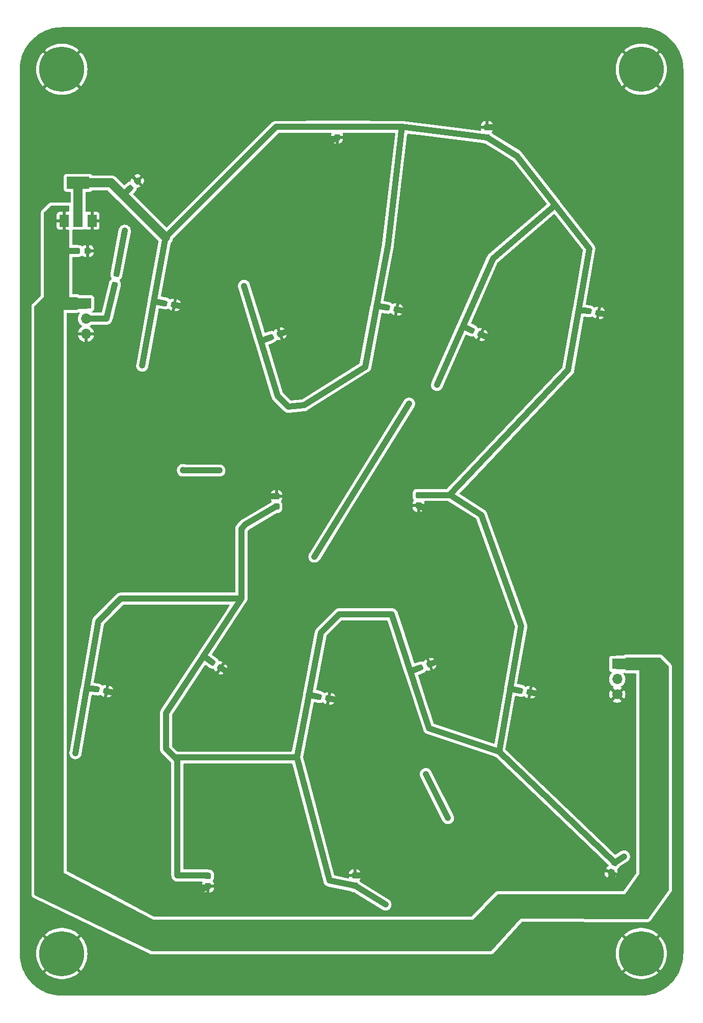
<source format=gbl>
G04 #@! TF.GenerationSoftware,KiCad,Pcbnew,7.0.2*
G04 #@! TF.CreationDate,2023-12-01T11:33:06-06:00*
G04 #@! TF.ProjectId,SixteenSegClock-Main,53697874-6565-46e5-9365-67436c6f636b,rev?*
G04 #@! TF.SameCoordinates,PX1312d00PYb0866e0*
G04 #@! TF.FileFunction,Copper,L2,Bot*
G04 #@! TF.FilePolarity,Positive*
%FSLAX46Y46*%
G04 Gerber Fmt 4.6, Leading zero omitted, Abs format (unit mm)*
G04 Created by KiCad (PCBNEW 7.0.2) date 2023-12-01 11:33:06*
%MOMM*%
%LPD*%
G01*
G04 APERTURE LIST*
G04 Aperture macros list*
%AMRoundRect*
0 Rectangle with rounded corners*
0 $1 Rounding radius*
0 $2 $3 $4 $5 $6 $7 $8 $9 X,Y pos of 4 corners*
0 Add a 4 corners polygon primitive as box body*
4,1,4,$2,$3,$4,$5,$6,$7,$8,$9,$2,$3,0*
0 Add four circle primitives for the rounded corners*
1,1,$1+$1,$2,$3*
1,1,$1+$1,$4,$5*
1,1,$1+$1,$6,$7*
1,1,$1+$1,$8,$9*
0 Add four rect primitives between the rounded corners*
20,1,$1+$1,$2,$3,$4,$5,0*
20,1,$1+$1,$4,$5,$6,$7,0*
20,1,$1+$1,$6,$7,$8,$9,0*
20,1,$1+$1,$8,$9,$2,$3,0*%
G04 Aperture macros list end*
G04 #@! TA.AperFunction,ComponentPad*
%ADD10C,7.500000*%
G04 #@! TD*
G04 #@! TA.AperFunction,SMDPad,CuDef*
%ADD11R,1.500000X2.000000*%
G04 #@! TD*
G04 #@! TA.AperFunction,SMDPad,CuDef*
%ADD12R,3.800000X2.000000*%
G04 #@! TD*
G04 #@! TA.AperFunction,ComponentPad*
%ADD13C,1.700000*%
G04 #@! TD*
G04 #@! TA.AperFunction,ComponentPad*
%ADD14O,1.700000X1.700000*%
G04 #@! TD*
G04 #@! TA.AperFunction,ComponentPad*
%ADD15R,1.700000X1.700000*%
G04 #@! TD*
G04 #@! TA.AperFunction,SMDPad,CuDef*
%ADD16RoundRect,0.237500X-0.044194X-0.380070X0.380070X0.044194X0.044194X0.380070X-0.380070X-0.044194X0*%
G04 #@! TD*
G04 #@! TA.AperFunction,SMDPad,CuDef*
%ADD17RoundRect,0.237500X0.237500X-0.300000X0.237500X0.300000X-0.237500X0.300000X-0.237500X-0.300000X0*%
G04 #@! TD*
G04 #@! TA.AperFunction,SMDPad,CuDef*
%ADD18RoundRect,0.237500X-0.372264X-0.088463X0.171520X-0.342034X0.372264X0.088463X-0.171520X0.342034X0*%
G04 #@! TD*
G04 #@! TA.AperFunction,SMDPad,CuDef*
%ADD19RoundRect,0.237500X0.190480X-0.287443X0.277304X0.204960X-0.190480X0.287443X-0.277304X-0.204960X0*%
G04 #@! TD*
G04 #@! TA.AperFunction,SMDPad,CuDef*
%ADD20RoundRect,0.237500X-0.336684X-0.181797X0.254201X-0.285986X0.336684X0.181797X-0.254201X0.285986X0*%
G04 #@! TD*
G04 #@! TA.AperFunction,SMDPad,CuDef*
%ADD21RoundRect,0.237500X-0.200678X-0.325783X0.363138X-0.120571X0.200678X0.325783X-0.363138X0.120571X0*%
G04 #@! TD*
G04 #@! TA.AperFunction,SMDPad,CuDef*
%ADD22RoundRect,0.237500X-0.120571X0.363138X-0.325783X-0.200678X0.120571X-0.363138X0.325783X0.200678X0*%
G04 #@! TD*
G04 #@! TA.AperFunction,SMDPad,CuDef*
%ADD23RoundRect,0.237500X-0.237500X0.300000X-0.237500X-0.300000X0.237500X-0.300000X0.237500X0.300000X0*%
G04 #@! TD*
G04 #@! TA.AperFunction,SMDPad,CuDef*
%ADD24RoundRect,0.237500X-0.381970X-0.022476X0.109521X-0.366622X0.381970X0.022476X-0.109521X0.366622X0*%
G04 #@! TD*
G04 #@! TA.AperFunction,SMDPad,CuDef*
%ADD25RoundRect,0.237500X-0.300000X-0.237500X0.300000X-0.237500X0.300000X0.237500X-0.300000X0.237500X0*%
G04 #@! TD*
G04 #@! TA.AperFunction,ViaPad*
%ADD26C,1.000000*%
G04 #@! TD*
G04 #@! TA.AperFunction,ViaPad*
%ADD27C,0.800000*%
G04 #@! TD*
G04 #@! TA.AperFunction,Conductor*
%ADD28C,1.000000*%
G04 #@! TD*
G04 #@! TA.AperFunction,Conductor*
%ADD29C,1.500000*%
G04 #@! TD*
G04 #@! TA.AperFunction,Conductor*
%ADD30C,1.750000*%
G04 #@! TD*
G04 APERTURE END LIST*
D10*
X105300000Y156100000D03*
X9000000Y9000000D03*
X9000000Y156100000D03*
X105300000Y9000000D03*
D11*
X14006000Y130905000D03*
X11706000Y130905000D03*
D12*
X11706000Y137205000D03*
D11*
X9406000Y130905000D03*
D13*
X101300000Y52100000D03*
D14*
X101300000Y54640000D03*
D15*
X101300000Y57180000D03*
D16*
X20321120Y136295120D03*
X21540880Y137514880D03*
D17*
X79656000Y144755000D03*
X79656000Y146480000D03*
D18*
X77049310Y112719508D03*
X78612690Y111990492D03*
D19*
X17766546Y120251363D03*
X18083454Y122048637D03*
D20*
X62956603Y116454772D03*
X64655397Y116155228D03*
D21*
X68520515Y56535008D03*
X70141485Y57124992D03*
D20*
X85107206Y52754544D03*
X86806000Y52455000D03*
D17*
X44656000Y83342500D03*
X44656000Y85067500D03*
D22*
X100875992Y24145485D03*
X100286008Y22524515D03*
D20*
X26006603Y117204772D03*
X27705397Y116905228D03*
D23*
X68281000Y85255000D03*
X68281000Y83530000D03*
D21*
X43645515Y111510008D03*
X45266485Y112099992D03*
D24*
X33949481Y57499710D03*
X35362519Y56510290D03*
D20*
X96481603Y115879772D03*
X98180397Y115580228D03*
D17*
X57706000Y20267500D03*
X57706000Y21992500D03*
D15*
X13000000Y117150000D03*
D14*
X13000000Y114610000D03*
X13000000Y112070000D03*
D20*
X14731603Y52954772D03*
X16430397Y52655228D03*
D23*
X33281000Y21917500D03*
X33281000Y20192500D03*
X54731000Y146530000D03*
X54731000Y144805000D03*
D20*
X51656603Y51729772D03*
X53355397Y51430228D03*
D25*
X11518500Y125880000D03*
X13243500Y125880000D03*
D26*
X84681000Y141631810D03*
X49706000Y146505000D03*
X44856000Y101755000D03*
X39548353Y80391736D03*
X11254748Y42345437D03*
X52057250Y62414570D03*
X81656000Y42555000D03*
X15034345Y64267497D03*
X63855999Y65430002D03*
X38834597Y68040180D03*
X102416000Y25158192D03*
X80634598Y124640188D03*
X22354752Y106795432D03*
X71352403Y103594815D03*
X93157256Y106039559D03*
X26229750Y128145433D03*
X59426792Y106601309D03*
X39281000Y120080000D03*
X73448352Y85291734D03*
X62781000Y17158620D03*
X96657256Y126239559D03*
X63201792Y126876309D03*
X85332254Y63489560D03*
X70006001Y46504999D03*
X48057251Y41614566D03*
X28206000Y22005000D03*
X26309597Y48990187D03*
X68481007Y67104996D03*
X29191000Y87165000D03*
X90132254Y62639560D03*
X84684598Y121840188D03*
X74631000Y48205000D03*
X53601000Y73735000D03*
X48871000Y137865000D03*
X27404752Y105920432D03*
X52907253Y40739562D03*
D27*
X21525000Y128700000D03*
D26*
X19859345Y63392497D03*
X56907254Y61564560D03*
X39548353Y85116736D03*
X35131000Y91465000D03*
X43906000Y121780000D03*
X64176792Y105776309D03*
X68991000Y99005000D03*
X86456000Y41705000D03*
X30259597Y46215187D03*
X68131000Y126005000D03*
X62781000Y22006810D03*
X100811000Y20515993D03*
X73448352Y80566734D03*
X31279750Y127270433D03*
X28206000Y17158620D03*
X75256000Y100880000D03*
X49481000Y103455000D03*
X101432256Y125389559D03*
X42784597Y65265180D03*
X70981000Y30455000D03*
X16079748Y41470437D03*
X67431000Y37855000D03*
X49706000Y141658620D03*
X84681000Y146480000D03*
X97907256Y105214559D03*
D27*
X19450000Y129250000D03*
D26*
X73171000Y31545000D03*
X69491000Y38855000D03*
X50981000Y75030000D03*
X66706000Y100480000D03*
X29131000Y89455000D03*
X35181000Y89355000D03*
D28*
X85332254Y63489560D02*
X81656000Y42555000D01*
X15034345Y64267497D02*
X18807028Y68040180D01*
X38834597Y79677980D02*
X39548353Y80391736D01*
X26006603Y117204772D02*
X24293987Y117480000D01*
X14731603Y52954772D02*
X13122742Y53180000D01*
X63201792Y126876309D02*
X59426792Y106601309D01*
D29*
X17170183Y137205000D02*
X19100592Y135274592D01*
D28*
X28231001Y21979999D02*
X33256000Y21980000D01*
X28206000Y22005000D02*
X28206000Y41155000D01*
X43645515Y111510008D02*
X42072303Y110905000D01*
X39281000Y120080000D02*
X44856000Y101755000D01*
X80634598Y124640188D02*
X91015945Y133489945D01*
X70006001Y46504999D02*
X63855999Y65430002D01*
X28206000Y41155000D02*
X27746434Y41614566D01*
D29*
X19100592Y135274592D02*
X26229750Y128145433D01*
D28*
X38834597Y68040180D02*
X38834597Y79677980D01*
X96657256Y126239559D02*
X94901268Y116105000D01*
X73431000Y85280000D02*
X68406000Y85280000D01*
X20321120Y136295120D02*
X19300592Y135274592D01*
X49231000Y100205000D02*
X59426792Y106601309D01*
D29*
X11706000Y137205000D02*
X17170183Y137205000D01*
D28*
X85332254Y63489560D02*
X78706000Y81955000D01*
X22354752Y106795432D02*
X26229750Y128145433D01*
X26229750Y128145433D02*
X29364317Y131280000D01*
X62781000Y17156810D02*
X57756000Y20280000D01*
X52057250Y62414570D02*
X48057251Y41614566D01*
X18807028Y68040180D02*
X38834597Y68040180D01*
X77049310Y112719508D02*
X75641526Y113319474D01*
X68520515Y56535008D02*
X66935062Y55955000D01*
X54731000Y146530000D02*
X65531000Y146505000D01*
X85107206Y52754544D02*
X83504263Y53080000D01*
X15034345Y64267497D02*
X11254748Y42345437D01*
X51656603Y51729772D02*
X50060218Y52030000D01*
X94901268Y116105000D02*
X93157256Y106039559D01*
X62956603Y116454772D02*
X61312652Y116730000D01*
X29364317Y131280000D02*
X44589317Y146505000D01*
X63201792Y126876309D02*
X65531000Y146505000D01*
X65531000Y146505000D02*
X79656000Y144755000D01*
X48057251Y41614566D02*
X53456000Y21155000D01*
X63855999Y65430002D02*
X55072682Y65430002D01*
X46656000Y99955000D02*
X49231000Y100205000D01*
X93157256Y106039559D02*
X73448352Y85291734D01*
X96481603Y115879772D02*
X94901268Y116105000D01*
X33949481Y57499710D02*
X32541838Y58469162D01*
X44589317Y146505000D02*
X49706000Y146505000D01*
X100875992Y24145485D02*
X81656000Y42555000D01*
X102416000Y25158192D02*
X100875992Y24145485D01*
X81656000Y42555000D02*
X70006001Y46504999D01*
X49706000Y146530000D02*
X54730999Y146530001D01*
X53456000Y21155000D02*
X57706000Y20267500D01*
X26309597Y43051403D02*
X26309597Y48990187D01*
X44856000Y101755000D02*
X46656000Y99955000D01*
X19300592Y135274592D02*
X19100592Y135274592D01*
X39548353Y80391736D02*
X44581000Y83380000D01*
X80634598Y124640188D02*
X71352403Y103594815D01*
X78706000Y81955000D02*
X73448352Y85291734D01*
X55072682Y65430002D02*
X52057250Y62414570D01*
X38834597Y68040180D02*
X26309597Y48990187D01*
D29*
X11706000Y130905000D02*
X11706000Y137205000D01*
D28*
X84681000Y141631810D02*
X96657256Y126239559D01*
X27746434Y41614566D02*
X26309597Y43051403D01*
X84681000Y141631810D02*
X79656000Y144755000D01*
X48057251Y41614566D02*
X27746434Y41614566D01*
X56907254Y61564560D02*
X52907253Y40739562D01*
X27705397Y116905228D02*
X29348036Y116605000D01*
X28231001Y17108619D02*
X33256001Y20254999D01*
X39556000Y85105000D02*
X44580999Y85105001D01*
X100811000Y20515993D02*
X100286008Y22524515D01*
X49706000Y141658620D02*
X54731000Y144805000D01*
X53355397Y51430228D02*
X54903016Y51130000D01*
X64655397Y116155228D02*
X66142040Y115830000D01*
X78612690Y111990492D02*
X79979795Y111381205D01*
X84684598Y121840188D02*
X75256000Y100880000D01*
X90132254Y62639560D02*
X86456000Y41705000D01*
X68481007Y67104996D02*
X74631000Y48205000D01*
X19859345Y63392497D02*
X16079748Y41470437D01*
X86806000Y52455000D02*
X88282312Y52105000D01*
X43906000Y121780000D02*
X49481000Y103455000D01*
X62781000Y22005000D02*
X57756000Y22005000D01*
X35362519Y56510290D02*
X36531506Y55754494D01*
X16430397Y52655228D02*
X17952053Y52330000D01*
X98180397Y115580228D02*
X99670270Y115305000D01*
X68131000Y126005000D02*
X64176792Y105776309D01*
X42784597Y65265180D02*
X30259597Y46215187D01*
X97907256Y105214559D02*
X101432256Y125389559D01*
X27406000Y105905000D02*
X31280998Y127255001D01*
X70141485Y57124992D02*
X71572273Y57605000D01*
X84681000Y146480000D02*
X79656000Y146480000D01*
X45266485Y112099992D02*
X46689697Y112630000D01*
X73431000Y80431810D02*
X68406000Y83555000D01*
X11518500Y125880000D02*
X9181000Y125880000D01*
D30*
X12975000Y117150000D02*
X8750000Y117150000D01*
X101325000Y57180000D02*
X105620000Y57180000D01*
D28*
X18083454Y122048637D02*
X19450000Y129250000D01*
X73171000Y31545000D02*
X69491000Y38855000D01*
X50981000Y75030000D02*
X66706000Y100480000D01*
X29131000Y89355000D02*
X35181000Y89355000D01*
X16400000Y114610000D02*
X13000000Y114610000D01*
X17766546Y120251363D02*
X16400000Y114610000D01*
G04 #@! TA.AperFunction,Conductor*
G36*
X105302152Y163099424D02*
G01*
X105594458Y163089104D01*
X105800103Y163081493D01*
X105808673Y163080875D01*
X106078189Y163052000D01*
X106308819Y163026100D01*
X106316930Y163024916D01*
X106579009Y162977721D01*
X106746148Y162946153D01*
X106812080Y162933700D01*
X106819691Y162932013D01*
X107075922Y162866694D01*
X107307283Y162804771D01*
X107314272Y162802676D01*
X107547873Y162724992D01*
X107564250Y162719545D01*
X107791652Y162640036D01*
X107798119Y162637569D01*
X108040993Y162537029D01*
X108262710Y162440348D01*
X108268562Y162437611D01*
X108502228Y162320697D01*
X108504577Y162319489D01*
X108717866Y162206807D01*
X108723132Y162203857D01*
X108947562Y162070737D01*
X108950228Y162069110D01*
X109154677Y161940681D01*
X109159403Y161937559D01*
X109273193Y161858570D01*
X109373593Y161788875D01*
X109376508Y161786788D01*
X109425808Y161750409D01*
X109570899Y161643345D01*
X109575010Y161640176D01*
X109680378Y161555275D01*
X109777965Y161476643D01*
X109781044Y161474079D01*
X109964221Y161316455D01*
X109967835Y161313220D01*
X110158528Y161135687D01*
X110161715Y161132611D01*
X110332609Y160961717D01*
X110335685Y160958530D01*
X110513218Y160767837D01*
X110516453Y160764223D01*
X110674077Y160581046D01*
X110676641Y160577967D01*
X110742530Y160496195D01*
X110840164Y160375024D01*
X110843355Y160370887D01*
X110858974Y160349720D01*
X110986786Y160176510D01*
X110988873Y160173595D01*
X111137549Y159959417D01*
X111140688Y159954666D01*
X111269098Y159750246D01*
X111270746Y159747546D01*
X111354163Y159606911D01*
X111379583Y159564054D01*
X111403835Y159523168D01*
X111406825Y159517832D01*
X111519464Y159304623D01*
X111520717Y159302185D01*
X111637593Y159068596D01*
X111640364Y159062674D01*
X111737029Y158840992D01*
X111837560Y158598138D01*
X111840036Y158591646D01*
X111919543Y158364251D01*
X112002663Y158114307D01*
X112004781Y158107244D01*
X112066704Y157875882D01*
X112132011Y157619696D01*
X112133699Y157612082D01*
X112177725Y157378982D01*
X112224912Y157116942D01*
X112226100Y157108807D01*
X112252000Y156878185D01*
X112280872Y156608700D01*
X112281492Y156600078D01*
X112289120Y156393978D01*
X112299423Y156102151D01*
X112299500Y156097776D01*
X112299500Y9142900D01*
X112299165Y9141761D01*
X112299481Y9102248D01*
X112299436Y9097762D01*
X112291588Y8819506D01*
X112284871Y8595553D01*
X112284312Y8586936D01*
X112258113Y8324859D01*
X112232662Y8082755D01*
X112231532Y8074610D01*
X112186913Y7816342D01*
X112143133Y7575183D01*
X112141500Y7567557D01*
X112078666Y7313557D01*
X112016767Y7075543D01*
X112014699Y7068464D01*
X111933941Y6819739D01*
X111854244Y6586499D01*
X111851812Y6579986D01*
X111753503Y6337652D01*
X111656421Y6110633D01*
X111653697Y6104702D01*
X111538944Y5871231D01*
X111537708Y5868784D01*
X111424392Y5650560D01*
X111421440Y5645203D01*
X111290342Y5420564D01*
X111288713Y5417852D01*
X111159357Y5208648D01*
X111156253Y5203876D01*
X111009530Y4989274D01*
X111007463Y4986343D01*
X110862782Y4787336D01*
X110859592Y4783139D01*
X110697916Y4579547D01*
X110695373Y4576449D01*
X110536215Y4388812D01*
X110533005Y4385175D01*
X110357235Y4193672D01*
X110354183Y4190463D01*
X110181445Y4015256D01*
X110178280Y4012158D01*
X109989272Y3833671D01*
X109985680Y3830410D01*
X109800316Y3668602D01*
X109797255Y3666016D01*
X109595988Y3501476D01*
X109591837Y3498227D01*
X109394918Y3350749D01*
X109392017Y3348641D01*
X109179488Y3198865D01*
X109174759Y3195693D01*
X108967410Y3063382D01*
X108964723Y3061714D01*
X108742006Y2927464D01*
X108736691Y2924437D01*
X108520059Y2808014D01*
X108517630Y2806743D01*
X108285824Y2688696D01*
X108279922Y2685884D01*
X108054283Y2585582D01*
X107813416Y2483865D01*
X107806942Y2481343D01*
X107574800Y2398322D01*
X107327281Y2314055D01*
X107320234Y2311888D01*
X107083062Y2246603D01*
X106830044Y2180188D01*
X106822444Y2178447D01*
X106581853Y2131234D01*
X106324318Y2082969D01*
X106316191Y2081723D01*
X106074545Y2052848D01*
X105812798Y2022925D01*
X105804181Y2022244D01*
X105569076Y2011871D01*
X105303599Y2000611D01*
X105298345Y2000500D01*
X9002227Y2000500D01*
X8997852Y2000577D01*
X8706022Y2010880D01*
X8499922Y2018508D01*
X8491299Y2019129D01*
X8221817Y2048000D01*
X7991193Y2073900D01*
X7983057Y2075088D01*
X7721018Y2122275D01*
X7487918Y2166302D01*
X7480304Y2167990D01*
X7224120Y2233296D01*
X7063114Y2276388D01*
X6992750Y2295220D01*
X6985691Y2297337D01*
X6735749Y2380456D01*
X6508356Y2459962D01*
X6501861Y2462440D01*
X6259008Y2562971D01*
X6037320Y2659639D01*
X6031409Y2662404D01*
X5797815Y2779282D01*
X5795377Y2780536D01*
X5582168Y2893175D01*
X5576841Y2896160D01*
X5389625Y3007206D01*
X5352454Y3029254D01*
X5349754Y3030902D01*
X5145334Y3159312D01*
X5140583Y3162451D01*
X4926405Y3311127D01*
X4923490Y3313214D01*
X4806614Y3399457D01*
X4729113Y3456645D01*
X4724976Y3459836D01*
X4609628Y3552778D01*
X4522033Y3623359D01*
X4518954Y3625923D01*
X4335777Y3783547D01*
X4332163Y3786782D01*
X4141470Y3964315D01*
X4138283Y3967391D01*
X3967389Y4138285D01*
X3964313Y4141472D01*
X3786780Y4332165D01*
X3783545Y4335779D01*
X3625921Y4518956D01*
X3623357Y4522035D01*
X3557470Y4603805D01*
X3459824Y4724990D01*
X3456655Y4729101D01*
X3313212Y4923492D01*
X3311125Y4926407D01*
X3170780Y5128584D01*
X3162441Y5140597D01*
X3159310Y5145336D01*
X3119539Y5208648D01*
X3030890Y5349772D01*
X3029252Y5352456D01*
X2990463Y5417852D01*
X2896143Y5576868D01*
X2893193Y5582134D01*
X2780512Y5795422D01*
X2779281Y5797817D01*
X2662405Y6031406D01*
X2659654Y6037284D01*
X2562971Y6259007D01*
X2462436Y6501869D01*
X2459961Y6508356D01*
X2380455Y6735750D01*
X2297335Y6985695D01*
X2295223Y6992738D01*
X2233306Y7224078D01*
X2167981Y7480333D01*
X2166304Y7487895D01*
X2122279Y7720991D01*
X2075084Y7983070D01*
X2073900Y7991181D01*
X2047992Y8221882D01*
X2019125Y8491325D01*
X2018507Y8499897D01*
X2010896Y8705542D01*
X2000604Y8997062D01*
X4745321Y8997062D01*
X4764307Y8598491D01*
X4764865Y8592642D01*
X4821650Y8197697D01*
X4822767Y8191899D01*
X4916834Y7804152D01*
X4918499Y7798481D01*
X5048995Y7421437D01*
X5051189Y7415958D01*
X5216939Y7053014D01*
X5219641Y7047773D01*
X5419138Y6702234D01*
X5422336Y6697259D01*
X5653773Y6372250D01*
X5657414Y6367620D01*
X5822986Y6176542D01*
X7313103Y7666659D01*
X7425031Y7529082D01*
X7639990Y7328324D01*
X7664544Y7310992D01*
X6174929Y5821377D01*
X6211553Y5786456D01*
X6215999Y5782603D01*
X6529654Y5535943D01*
X6534443Y5532533D01*
X6870109Y5316814D01*
X6875204Y5313872D01*
X7229859Y5131035D01*
X7235226Y5128584D01*
X7605654Y4980287D01*
X7611211Y4978364D01*
X7994051Y4865951D01*
X7999791Y4864559D01*
X8391574Y4789049D01*
X8397410Y4788209D01*
X8794612Y4750281D01*
X8800502Y4750000D01*
X9199498Y4750000D01*
X9205387Y4750281D01*
X9602589Y4788209D01*
X9608425Y4789049D01*
X10000208Y4864559D01*
X10005948Y4865951D01*
X10388788Y4978364D01*
X10394345Y4980287D01*
X10764773Y5128584D01*
X10770140Y5131035D01*
X11124787Y5313868D01*
X11129895Y5316817D01*
X11465555Y5532533D01*
X11470350Y5535947D01*
X11784001Y5782604D01*
X11788445Y5786455D01*
X11825070Y5821377D01*
X10335455Y7310992D01*
X10360010Y7328324D01*
X10574969Y7529082D01*
X10686895Y7666658D01*
X12177012Y6176542D01*
X12342589Y6367626D01*
X12346225Y6372249D01*
X12577663Y6697259D01*
X12580861Y6702234D01*
X12780358Y7047773D01*
X12783060Y7053014D01*
X12948810Y7415958D01*
X12951004Y7421437D01*
X13081500Y7798481D01*
X13083165Y7804152D01*
X13177232Y8191899D01*
X13178349Y8197697D01*
X13235134Y8592642D01*
X13235692Y8598491D01*
X13254679Y8997062D01*
X13254679Y9002939D01*
X13235692Y9401510D01*
X13235134Y9407359D01*
X13178349Y9802304D01*
X13177232Y9808102D01*
X13083165Y10195849D01*
X13081500Y10201520D01*
X12951004Y10578564D01*
X12948810Y10584043D01*
X12783060Y10946987D01*
X12780358Y10952228D01*
X12580861Y11297767D01*
X12577663Y11302742D01*
X12346226Y11627751D01*
X12342585Y11632381D01*
X12177012Y11823460D01*
X10686895Y10333343D01*
X10574969Y10470918D01*
X10360010Y10671676D01*
X10335453Y10689010D01*
X11825069Y12178625D01*
X11788446Y12213545D01*
X11784000Y12217398D01*
X11470350Y12464054D01*
X11465555Y12467468D01*
X11129895Y12683184D01*
X11124787Y12686133D01*
X10770140Y12868966D01*
X10764773Y12871417D01*
X10394345Y13019714D01*
X10388788Y13021637D01*
X10005948Y13134050D01*
X10000208Y13135442D01*
X9608425Y13210952D01*
X9602589Y13211792D01*
X9205387Y13249720D01*
X9199498Y13250000D01*
X8800502Y13250000D01*
X8794612Y13249720D01*
X8397410Y13211792D01*
X8391574Y13210952D01*
X7999791Y13135442D01*
X7994051Y13134050D01*
X7611211Y13021637D01*
X7605654Y13019714D01*
X7235226Y12871417D01*
X7229859Y12868966D01*
X6875204Y12686129D01*
X6870109Y12683187D01*
X6534443Y12467468D01*
X6529654Y12464058D01*
X6216000Y12217399D01*
X6211552Y12213544D01*
X6174929Y12178625D01*
X7664545Y10689009D01*
X7639990Y10671676D01*
X7425031Y10470918D01*
X7313104Y10333342D01*
X5822985Y11823461D01*
X5657414Y11632382D01*
X5653773Y11627751D01*
X5422336Y11302742D01*
X5419138Y11297767D01*
X5219641Y10952228D01*
X5216939Y10946987D01*
X5051189Y10584043D01*
X5048995Y10578564D01*
X4918499Y10201520D01*
X4916834Y10195849D01*
X4822767Y9808102D01*
X4821650Y9802304D01*
X4764865Y9407359D01*
X4764307Y9401510D01*
X4745321Y9002939D01*
X4745321Y8997062D01*
X2000604Y8997062D01*
X2000576Y8997849D01*
X2000500Y9002221D01*
X2000500Y18847871D01*
X3925500Y18847871D01*
X3926085Y18843643D01*
X3926086Y18843634D01*
X3943928Y18714762D01*
X3944514Y18710532D01*
X3945669Y18706439D01*
X3945672Y18706427D01*
X3961659Y18649799D01*
X3962820Y18645688D01*
X3964533Y18641776D01*
X4018431Y18518684D01*
X4110358Y18408001D01*
X4162194Y18361152D01*
X4281582Y18280850D01*
X23601098Y8964934D01*
X23710918Y8911979D01*
X23817870Y8874509D01*
X23871728Y8862202D01*
X23984336Y8849500D01*
X23987823Y8849500D01*
X80273641Y8849500D01*
X80275718Y8849500D01*
X80343145Y8854017D01*
X80375926Y8858429D01*
X80442133Y8871896D01*
X80574069Y8929292D01*
X80633520Y8965999D01*
X80633523Y8966001D01*
X80670705Y8997062D01*
X101045321Y8997062D01*
X101064307Y8598491D01*
X101064865Y8592642D01*
X101121650Y8197697D01*
X101122767Y8191899D01*
X101216834Y7804152D01*
X101218499Y7798481D01*
X101348995Y7421437D01*
X101351189Y7415958D01*
X101516939Y7053014D01*
X101519641Y7047773D01*
X101719138Y6702234D01*
X101722336Y6697259D01*
X101953773Y6372250D01*
X101957414Y6367620D01*
X102122986Y6176542D01*
X103613103Y7666659D01*
X103725031Y7529082D01*
X103939990Y7328324D01*
X103964544Y7310992D01*
X102474929Y5821377D01*
X102511553Y5786456D01*
X102515999Y5782603D01*
X102829654Y5535943D01*
X102834443Y5532533D01*
X103170109Y5316814D01*
X103175204Y5313872D01*
X103529859Y5131035D01*
X103535226Y5128584D01*
X103905654Y4980287D01*
X103911211Y4978364D01*
X104294051Y4865951D01*
X104299791Y4864559D01*
X104691574Y4789049D01*
X104697410Y4788209D01*
X105094612Y4750281D01*
X105100502Y4750000D01*
X105499498Y4750000D01*
X105505387Y4750281D01*
X105902589Y4788209D01*
X105908425Y4789049D01*
X106300208Y4864559D01*
X106305948Y4865951D01*
X106688788Y4978364D01*
X106694345Y4980287D01*
X107064773Y5128584D01*
X107070140Y5131035D01*
X107424787Y5313868D01*
X107429895Y5316817D01*
X107765555Y5532533D01*
X107770350Y5535947D01*
X108084001Y5782604D01*
X108088445Y5786455D01*
X108125070Y5821377D01*
X106635455Y7310992D01*
X106660010Y7328324D01*
X106874969Y7529082D01*
X106986895Y7666658D01*
X108477012Y6176542D01*
X108642589Y6367626D01*
X108646225Y6372249D01*
X108877663Y6697259D01*
X108880861Y6702234D01*
X109080358Y7047773D01*
X109083060Y7053014D01*
X109248810Y7415958D01*
X109251004Y7421437D01*
X109381500Y7798481D01*
X109383165Y7804152D01*
X109477232Y8191899D01*
X109478349Y8197697D01*
X109535134Y8592642D01*
X109535692Y8598491D01*
X109554679Y8997062D01*
X109554679Y9002939D01*
X109535692Y9401510D01*
X109535134Y9407359D01*
X109478349Y9802304D01*
X109477232Y9808102D01*
X109383165Y10195849D01*
X109381500Y10201520D01*
X109251004Y10578564D01*
X109248810Y10584043D01*
X109083060Y10946987D01*
X109080358Y10952228D01*
X108880861Y11297767D01*
X108877663Y11302742D01*
X108646226Y11627751D01*
X108642585Y11632381D01*
X108477012Y11823460D01*
X106986895Y10333343D01*
X106874969Y10470918D01*
X106660010Y10671676D01*
X106635453Y10689010D01*
X108125069Y12178625D01*
X108088446Y12213545D01*
X108084000Y12217398D01*
X107770350Y12464054D01*
X107765555Y12467468D01*
X107429895Y12683184D01*
X107424787Y12686133D01*
X107070140Y12868966D01*
X107064773Y12871417D01*
X106694345Y13019714D01*
X106688788Y13021637D01*
X106305948Y13134050D01*
X106300208Y13135442D01*
X105908425Y13210952D01*
X105902589Y13211792D01*
X105505387Y13249720D01*
X105499498Y13250000D01*
X105100502Y13250000D01*
X105094612Y13249720D01*
X104697410Y13211792D01*
X104691574Y13210952D01*
X104299791Y13135442D01*
X104294051Y13134050D01*
X103911211Y13021637D01*
X103905654Y13019714D01*
X103535226Y12871417D01*
X103529859Y12868966D01*
X103175204Y12686129D01*
X103170109Y12683187D01*
X102834443Y12467468D01*
X102829654Y12464058D01*
X102516000Y12217399D01*
X102511552Y12213544D01*
X102474929Y12178625D01*
X103964545Y10689009D01*
X103939990Y10671676D01*
X103725031Y10470918D01*
X103613104Y10333342D01*
X102122985Y11823461D01*
X101957414Y11632382D01*
X101953773Y11627751D01*
X101722336Y11302742D01*
X101719138Y11297767D01*
X101519641Y10952228D01*
X101516939Y10946987D01*
X101351189Y10584043D01*
X101348995Y10578564D01*
X101218499Y10201520D01*
X101216834Y10195849D01*
X101122767Y9808102D01*
X101121650Y9802304D01*
X101064865Y9407359D01*
X101064307Y9401510D01*
X101045321Y9002939D01*
X101045321Y8997062D01*
X80670705Y8997062D01*
X80743944Y9058245D01*
X85394055Y14232986D01*
X85453505Y14269692D01*
X85486458Y14274104D01*
X106360502Y14244592D01*
X106455734Y14253506D01*
X106501622Y14262240D01*
X106593456Y14288928D01*
X106718293Y14360463D01*
X106763577Y14395838D01*
X106769795Y14399766D01*
X106872979Y14507282D01*
X106872978Y14507282D01*
X106872982Y14507285D01*
X110293557Y19278010D01*
X110301033Y19288727D01*
X110301037Y19288734D01*
X110301081Y19288796D01*
X110304722Y19294163D01*
X110311803Y19304898D01*
X110311802Y19304898D01*
X110311809Y19304907D01*
X110371474Y19435833D01*
X110391105Y19502889D01*
X110391105Y19502890D01*
X110391105Y19502893D01*
X110391932Y19505716D01*
X110392350Y19511606D01*
X110411467Y19645322D01*
X110381722Y56702272D01*
X110379876Y56745026D01*
X110378085Y56765926D01*
X110372629Y56808375D01*
X110372629Y56808377D01*
X110328331Y56945263D01*
X110299196Y57004698D01*
X110297576Y57008004D01*
X110290685Y57022061D01*
X110282874Y57029558D01*
X110216504Y57126870D01*
X109062211Y58387546D01*
X108936016Y58525372D01*
X108936010Y58525379D01*
X108934677Y58526834D01*
X108930859Y58530499D01*
X108889166Y58570524D01*
X108889161Y58570528D01*
X108887723Y58571909D01*
X108886207Y58573188D01*
X108886193Y58573200D01*
X108864882Y58591170D01*
X108863363Y58592451D01*
X108861781Y58593620D01*
X108861755Y58593640D01*
X108811006Y58631122D01*
X108680155Y58690962D01*
X108610258Y58711524D01*
X108604322Y58711950D01*
X108552787Y58719387D01*
X108470724Y58731229D01*
X108451340Y58731240D01*
X102776302Y58734181D01*
X102776299Y58734181D01*
X102772151Y58734183D01*
X102768042Y58733632D01*
X102768039Y58733631D01*
X102642379Y58716755D01*
X102642365Y58716753D01*
X102638261Y58716201D01*
X102634258Y58715104D01*
X102634249Y58715102D01*
X102578925Y58699938D01*
X102578911Y58699934D01*
X102574919Y58698839D01*
X102571104Y58697220D01*
X102571095Y58697216D01*
X102450577Y58646043D01*
X102372301Y58582954D01*
X102307752Y58556211D01*
X102294488Y58555500D01*
X101266572Y58555500D01*
X101263956Y58555278D01*
X101263947Y58555277D01*
X101091703Y58540617D01*
X101091699Y58540617D01*
X101091699Y58540616D01*
X101068205Y58534500D01*
X101036968Y58530500D01*
X100405439Y58530500D01*
X100405420Y58530500D01*
X100402128Y58530499D01*
X100398848Y58530147D01*
X100398840Y58530146D01*
X100342515Y58524091D01*
X100207669Y58473796D01*
X100092454Y58387546D01*
X100006204Y58272332D01*
X99955909Y58137484D01*
X99951914Y58100321D01*
X99949500Y58077873D01*
X99949500Y58074552D01*
X99949500Y58074551D01*
X99949500Y57275621D01*
X99948496Y57259874D01*
X99945770Y57238589D01*
X99949388Y57153427D01*
X99949500Y57148165D01*
X99949500Y56285440D01*
X99949500Y56285422D01*
X99949501Y56282128D01*
X99949853Y56278848D01*
X99949854Y56278841D01*
X99954173Y56238668D01*
X99955909Y56222517D01*
X100006204Y56087669D01*
X100092454Y55972454D01*
X100207669Y55886204D01*
X100319907Y55844342D01*
X100339082Y55837190D01*
X100395016Y55795319D01*
X100419433Y55729854D01*
X100404581Y55661581D01*
X100383431Y55633327D01*
X100261503Y55511399D01*
X100125965Y55317830D01*
X100026097Y55103664D01*
X99964936Y54875408D01*
X99944340Y54640001D01*
X99964936Y54404593D01*
X100009709Y54237499D01*
X100026097Y54176337D01*
X100125965Y53962170D01*
X100261505Y53768599D01*
X100428599Y53601505D01*
X100614596Y53471268D01*
X100658219Y53416693D01*
X100665412Y53347194D01*
X100633890Y53284840D01*
X100614594Y53268119D01*
X100538626Y53214927D01*
X101167466Y52586087D01*
X101157685Y52584680D01*
X101026900Y52524952D01*
X100918239Y52430798D01*
X100840507Y52309844D01*
X100816923Y52229524D01*
X100185072Y52861375D01*
X100126399Y52777578D01*
X100026569Y52563493D01*
X99965430Y52335319D01*
X99944842Y52100000D01*
X99965430Y51864682D01*
X100026569Y51636508D01*
X100126400Y51422420D01*
X100185073Y51338627D01*
X100816922Y51970477D01*
X100840507Y51890156D01*
X100918239Y51769202D01*
X101026900Y51675048D01*
X101157685Y51615320D01*
X101167466Y51613914D01*
X100538625Y50985075D01*
X100622420Y50926401D01*
X100836507Y50826570D01*
X101064681Y50765431D01*
X101300000Y50744843D01*
X101535318Y50765431D01*
X101763492Y50826570D01*
X101977576Y50926400D01*
X102061373Y50985075D01*
X101432533Y51613914D01*
X101442315Y51615320D01*
X101573100Y51675048D01*
X101681761Y51769202D01*
X101759493Y51890156D01*
X101783076Y51970475D01*
X102414925Y51338627D01*
X102473600Y51422424D01*
X102573430Y51636508D01*
X102634569Y51864682D01*
X102655157Y52100000D01*
X102634569Y52335319D01*
X102573430Y52563493D01*
X102473599Y52777579D01*
X102414926Y52861374D01*
X102414925Y52861375D01*
X101783076Y52229527D01*
X101759493Y52309844D01*
X101681761Y52430798D01*
X101573100Y52524952D01*
X101442315Y52584680D01*
X101432533Y52586087D01*
X102061373Y53214927D01*
X102061373Y53214928D01*
X101985405Y53268120D01*
X101941780Y53322696D01*
X101934586Y53392195D01*
X101966108Y53454549D01*
X101985399Y53471266D01*
X102171401Y53601505D01*
X102338495Y53768599D01*
X102474035Y53962170D01*
X102573903Y54176337D01*
X102635063Y54404592D01*
X102655659Y54640000D01*
X102635063Y54875408D01*
X102573903Y55103663D01*
X102474035Y55317829D01*
X102338495Y55511401D01*
X102338493Y55511403D01*
X102336840Y55513764D01*
X102314513Y55579970D01*
X102331523Y55647737D01*
X102382471Y55695550D01*
X102451181Y55708228D01*
X102489921Y55697684D01*
X102562228Y55664662D01*
X102618654Y55648094D01*
X102625031Y55645586D01*
X102629268Y55644977D01*
X102629270Y55644976D01*
X102771686Y55624500D01*
X103654084Y55624504D01*
X104346082Y55621882D01*
X104413044Y55601944D01*
X104458599Y55548967D01*
X104469610Y55497905D01*
X104475464Y22429264D01*
X104455791Y22362221D01*
X104452872Y22357881D01*
X102380647Y19413139D01*
X102325968Y19369642D01*
X102279239Y19360500D01*
X81434122Y19360500D01*
X81432311Y19360393D01*
X81432277Y19360391D01*
X81375892Y19357027D01*
X81375886Y19357027D01*
X81374034Y19356916D01*
X81372220Y19356699D01*
X81372188Y19356696D01*
X81346583Y19353630D01*
X81346571Y19353629D01*
X81344765Y19353412D01*
X81342986Y19353091D01*
X81342955Y19353086D01*
X81285543Y19342715D01*
X81151978Y19289201D01*
X81091481Y19254250D01*
X81091478Y19254249D01*
X80978406Y19165275D01*
X77151091Y15148956D01*
X77090592Y15114004D01*
X77061323Y15110500D01*
X24386414Y15110500D01*
X24328704Y15124748D01*
X22366312Y16156616D01*
X16475277Y19254250D01*
X15166373Y19942500D01*
X32306001Y19942500D01*
X32306001Y19846503D01*
X32306321Y19840221D01*
X32316318Y19742350D01*
X32370546Y19578699D01*
X32461056Y19431960D01*
X32582959Y19310057D01*
X32729698Y19219547D01*
X32893348Y19165319D01*
X32991203Y19155322D01*
X32997519Y19155001D01*
X33031000Y19155001D01*
X33031000Y19942500D01*
X33531000Y19942500D01*
X33531000Y19155001D01*
X33564497Y19155001D01*
X33570779Y19155322D01*
X33668650Y19165319D01*
X33832301Y19219547D01*
X33979040Y19310057D01*
X34100943Y19431960D01*
X34191453Y19578699D01*
X34245681Y19742349D01*
X34255680Y19840223D01*
X34256000Y19846501D01*
X34256000Y19942500D01*
X33531000Y19942500D01*
X33031000Y19942500D01*
X32306001Y19942500D01*
X15166373Y19942500D01*
X9892100Y22715827D01*
X9841925Y22764450D01*
X9825810Y22825354D01*
X9825774Y22844943D01*
X9796500Y38975000D01*
X9796500Y84124858D01*
X9796836Y85317500D01*
X43681000Y85317500D01*
X44405999Y85317500D01*
X44405999Y86105000D01*
X44906000Y86105000D01*
X44906000Y85317500D01*
X45630999Y85317500D01*
X45630999Y85413498D01*
X45630678Y85419780D01*
X45620681Y85517651D01*
X45566453Y85681302D01*
X45475943Y85828041D01*
X45354040Y85949944D01*
X45207301Y86040454D01*
X45043651Y86094682D01*
X44945777Y86104681D01*
X44939500Y86105000D01*
X44906000Y86105000D01*
X44405999Y86105000D01*
X44372504Y86105000D01*
X44366219Y86104679D01*
X44268349Y86094682D01*
X44104698Y86040454D01*
X43957959Y85949944D01*
X43836056Y85828041D01*
X43745546Y85681302D01*
X43691318Y85517652D01*
X43681319Y85419778D01*
X43681000Y85413500D01*
X43681000Y85317500D01*
X9796836Y85317500D01*
X9798000Y89455000D01*
X28125659Y89455000D01*
X28130446Y89406384D01*
X28130884Y89387954D01*
X28126631Y89304065D01*
X28157443Y89102929D01*
X28228113Y88912114D01*
X28335745Y88739432D01*
X28335748Y88739429D01*
X28475941Y88591947D01*
X28642951Y88475705D01*
X28829942Y88395460D01*
X29029259Y88354500D01*
X35125756Y88354500D01*
X35137909Y88353904D01*
X35181000Y88349659D01*
X35228896Y88354377D01*
X35230558Y88354500D01*
X35231742Y88354500D01*
X35280663Y88359475D01*
X35377132Y88368976D01*
X35377135Y88368978D01*
X35381907Y88369447D01*
X35383431Y88369926D01*
X35383438Y88369926D01*
X35475992Y88398966D01*
X35565727Y88426186D01*
X35565729Y88426188D01*
X35571689Y88427995D01*
X35574855Y88429325D01*
X35577584Y88430840D01*
X35577588Y88430841D01*
X35659648Y88476388D01*
X35739538Y88519090D01*
X35739538Y88519091D01*
X35741972Y88520391D01*
X35755480Y88529573D01*
X35755499Y88529590D01*
X35755502Y88529591D01*
X35823286Y88587784D01*
X35825304Y88589479D01*
X35891883Y88644117D01*
X35892108Y88644392D01*
X35907191Y88659814D01*
X35909895Y88662134D01*
X35962410Y88729979D01*
X35964535Y88732646D01*
X36016910Y88796462D01*
X36018765Y88799935D01*
X36030072Y88817391D01*
X36034448Y88823042D01*
X36070648Y88896845D01*
X36072581Y88900619D01*
X36109814Y88970273D01*
X36111999Y88977481D01*
X36119333Y88996095D01*
X36124060Y89005729D01*
X36143767Y89081844D01*
X36145133Y89086705D01*
X36167024Y89158868D01*
X36168114Y89169941D01*
X36171471Y89188846D01*
X36175063Y89202715D01*
X36178864Y89277682D01*
X36179296Y89283480D01*
X36186341Y89355000D01*
X36184899Y89369632D01*
X36184462Y89388058D01*
X36185369Y89405936D01*
X36174544Y89476593D01*
X36173714Y89483199D01*
X36167024Y89551131D01*
X36167024Y89551132D01*
X36161715Y89568633D01*
X36157809Y89585833D01*
X36154556Y89607071D01*
X36130963Y89670771D01*
X36128598Y89677800D01*
X36109814Y89739727D01*
X36099512Y89759000D01*
X36092587Y89774391D01*
X36083886Y89797887D01*
X36049836Y89852516D01*
X36045739Y89859603D01*
X36016910Y89913538D01*
X36000776Y89933197D01*
X35991400Y89946268D01*
X35976252Y89970571D01*
X35934373Y90014627D01*
X35928392Y90021396D01*
X35891882Y90065884D01*
X35869458Y90084288D01*
X35858254Y90094705D01*
X35836058Y90118054D01*
X35789104Y90150736D01*
X35781280Y90156655D01*
X35739543Y90190907D01*
X35739539Y90190910D01*
X35739538Y90190910D01*
X35710793Y90206275D01*
X35698423Y90213850D01*
X35669050Y90234294D01*
X35669051Y90234294D01*
X35669049Y90234295D01*
X35619745Y90255454D01*
X35610213Y90260037D01*
X35565728Y90283814D01*
X35531131Y90294309D01*
X35518228Y90299018D01*
X35482058Y90314540D01*
X35482056Y90314541D01*
X35482055Y90314541D01*
X35433014Y90324620D01*
X35421984Y90327420D01*
X35377134Y90341024D01*
X35337592Y90344919D01*
X35324789Y90346860D01*
X35282742Y90355500D01*
X35282741Y90355500D01*
X35236244Y90355500D01*
X35224090Y90356097D01*
X35181000Y90360341D01*
X35137910Y90356097D01*
X35125756Y90355500D01*
X29599758Y90355500D01*
X29541306Y90370142D01*
X29530619Y90375854D01*
X29515726Y90383815D01*
X29327133Y90441024D01*
X29229066Y90450683D01*
X29131000Y90460341D01*
X29130999Y90460341D01*
X28934866Y90441024D01*
X28746273Y90383815D01*
X28572463Y90290911D01*
X28420117Y90165883D01*
X28295089Y90013537D01*
X28202185Y89839727D01*
X28144976Y89651134D01*
X28125659Y89455000D01*
X9798000Y89455000D01*
X9805321Y115471200D01*
X9825024Y115538233D01*
X9877841Y115583973D01*
X9929187Y115595164D01*
X11528724Y115596846D01*
X11662179Y115614926D01*
X11725317Y115632282D01*
X11813656Y115669826D01*
X11883053Y115677931D01*
X11945816Y115647230D01*
X11982018Y115587471D01*
X11980165Y115517625D01*
X11963731Y115484581D01*
X11825965Y115287830D01*
X11726097Y115073664D01*
X11664936Y114845408D01*
X11644340Y114610000D01*
X11664936Y114374593D01*
X11692295Y114272489D01*
X11726097Y114146337D01*
X11825965Y113932170D01*
X11961505Y113738599D01*
X12128599Y113571505D01*
X12314596Y113441268D01*
X12358219Y113386693D01*
X12365412Y113317194D01*
X12333890Y113254840D01*
X12314595Y113238120D01*
X12128919Y113108108D01*
X11961890Y112941079D01*
X11826400Y112747579D01*
X11726569Y112533493D01*
X11669364Y112320001D01*
X11669364Y112320000D01*
X12566314Y112320000D01*
X12540507Y112279844D01*
X12500000Y112141889D01*
X12500000Y111998111D01*
X12540507Y111860156D01*
X12566314Y111820000D01*
X11669364Y111820000D01*
X11726569Y111606508D01*
X11826399Y111392424D01*
X11961893Y111198919D01*
X12128918Y111031894D01*
X12322423Y110896400D01*
X12536509Y110796570D01*
X12750000Y110739366D01*
X12749999Y111634499D01*
X12857685Y111585320D01*
X12964237Y111570000D01*
X13035763Y111570000D01*
X13142315Y111585320D01*
X13250000Y111634499D01*
X13250000Y110739367D01*
X13463490Y110796570D01*
X13677576Y110896400D01*
X13871081Y111031894D01*
X14038106Y111198919D01*
X14173600Y111392424D01*
X14273430Y111606508D01*
X14330636Y111820000D01*
X13433686Y111820000D01*
X13459493Y111860156D01*
X13500000Y111998111D01*
X13500000Y112141889D01*
X13459493Y112279844D01*
X13433686Y112320000D01*
X14330636Y112320000D01*
X14330635Y112320001D01*
X14273430Y112533493D01*
X14173599Y112747579D01*
X14038109Y112941079D01*
X13871081Y113108107D01*
X13685404Y113238120D01*
X13641780Y113292697D01*
X13634587Y113362196D01*
X13666109Y113424550D01*
X13685399Y113441266D01*
X13871401Y113571505D01*
X13873077Y113573181D01*
X13876334Y113574960D01*
X13880288Y113577728D01*
X13880596Y113577288D01*
X13934400Y113606666D01*
X13960758Y113609500D01*
X16351819Y113609500D01*
X16362426Y113609046D01*
X16415783Y113604464D01*
X16509013Y113615426D01*
X16602438Y113624926D01*
X16602443Y113624928D01*
X16605603Y113625249D01*
X16614852Y113627225D01*
X16617871Y113628225D01*
X16617874Y113628225D01*
X16676832Y113647745D01*
X16707031Y113657743D01*
X16799625Y113686794D01*
X16808296Y113690597D01*
X16811039Y113692177D01*
X16811044Y113692178D01*
X16865405Y113723478D01*
X16892456Y113739052D01*
X16930859Y113760368D01*
X16974502Y113784591D01*
X16974504Y113784593D01*
X16977288Y113786138D01*
X16985002Y113791597D01*
X16987384Y113793709D01*
X16987386Y113793709D01*
X17057662Y113855983D01*
X17128895Y113917134D01*
X17128898Y113917139D01*
X17131316Y113919214D01*
X17137766Y113926106D01*
X17142310Y113932170D01*
X17195971Y114003790D01*
X17253448Y114078042D01*
X17253450Y114078047D01*
X17255398Y114080563D01*
X17260336Y114088625D01*
X17301709Y114176431D01*
X17343060Y114260729D01*
X17343061Y114260736D01*
X17344459Y114263584D01*
X17347678Y114272489D01*
X17370524Y114366799D01*
X17383430Y114416649D01*
X17394063Y114457715D01*
X17394063Y114457719D01*
X17394857Y114460785D01*
X17397200Y114476930D01*
X18750870Y120065133D01*
X18771591Y120216197D01*
X18766919Y120286478D01*
X18768529Y120316227D01*
X18779176Y120376600D01*
X18786560Y120477935D01*
X18761556Y120648633D01*
X18729865Y120728403D01*
X18697861Y120808963D01*
X18605414Y120940992D01*
X18583087Y121007198D01*
X18600097Y121074965D01*
X18635866Y121113690D01*
X18637172Y121114605D01*
X18767893Y121206136D01*
X18882583Y121335012D01*
X18964462Y121486864D01*
X18992182Y121584611D01*
X19003179Y121646983D01*
X19010611Y121672602D01*
X19047444Y121762151D01*
X20442419Y129113324D01*
X20455545Y129265237D01*
X20431894Y129467339D01*
X20368045Y129660545D01*
X20366684Y129662911D01*
X20266611Y129836939D01*
X20266610Y129836941D01*
X20131744Y129989309D01*
X19968967Y130111410D01*
X19784943Y130198243D01*
X19587207Y130246256D01*
X19574145Y130246721D01*
X19383855Y130253483D01*
X19183204Y130219626D01*
X18993484Y130146073D01*
X18822450Y130035835D01*
X18677113Y129893427D01*
X18563410Y129724671D01*
X18486010Y129536487D01*
X17091619Y122188395D01*
X17091616Y122188379D01*
X17091035Y122185313D01*
X17090765Y122182196D01*
X17090765Y122182191D01*
X17077909Y122033400D01*
X17080708Y122009480D01*
X17079664Y121973539D01*
X17071372Y121926510D01*
X17070824Y121923400D01*
X17070596Y121920276D01*
X17070594Y121920257D01*
X17063440Y121822067D01*
X17088444Y121651365D01*
X17152138Y121491038D01*
X17244585Y121359009D01*
X17266912Y121292803D01*
X17249902Y121225036D01*
X17214134Y121186311D01*
X17082106Y121093864D01*
X16967417Y120964989D01*
X16940954Y120915910D01*
X16885538Y120813136D01*
X16871795Y120764675D01*
X16860605Y120725215D01*
X16857818Y120715389D01*
X16857272Y120712296D01*
X16857271Y120712289D01*
X16847917Y120659242D01*
X16837974Y120627926D01*
X16827401Y120605486D01*
X16818121Y120585790D01*
X15641595Y115728868D01*
X15635888Y115705307D01*
X15600973Y115644786D01*
X15538882Y115612749D01*
X15515373Y115610500D01*
X14120858Y115610500D01*
X14053819Y115630185D01*
X14008064Y115682989D01*
X13998120Y115752147D01*
X14027145Y115815703D01*
X14077521Y115850681D01*
X14092331Y115856204D01*
X14207546Y115942454D01*
X14293796Y116057669D01*
X14344091Y116192517D01*
X14350500Y116252127D01*
X14350499Y117054383D01*
X14351504Y117070135D01*
X14354229Y117091411D01*
X14350611Y117176575D01*
X14350499Y117181838D01*
X14350499Y118044561D01*
X14350499Y118047872D01*
X14344091Y118107483D01*
X14293796Y118242331D01*
X14207546Y118357546D01*
X14092331Y118443796D01*
X13957483Y118494091D01*
X13897873Y118500500D01*
X13894551Y118500500D01*
X13248425Y118500500D01*
X13227469Y118502284D01*
X13092074Y118525500D01*
X13092072Y118525500D01*
X12005637Y118525500D01*
X11938598Y118545185D01*
X11924488Y118555741D01*
X11868234Y118604434D01*
X11868233Y118604435D01*
X11737323Y118664138D01*
X11680930Y118680665D01*
X11674534Y118683178D01*
X11527849Y118704191D01*
X10835563Y118703831D01*
X10768514Y118723481D01*
X10722731Y118776261D01*
X10711499Y118827831D01*
X10711499Y124755500D01*
X10731184Y124822539D01*
X10783988Y124868294D01*
X10835499Y124879500D01*
X11566100Y124879500D01*
X11569242Y124879500D01*
X11720938Y124894926D01*
X11733330Y124898815D01*
X11770451Y124904501D01*
X11864527Y124904501D01*
X11867676Y124904501D01*
X11968753Y124914826D01*
X12132516Y124969092D01*
X12279350Y125059660D01*
X12293669Y125073980D01*
X12354992Y125107467D01*
X12424684Y125102484D01*
X12469034Y125073982D01*
X12482959Y125060057D01*
X12629698Y124969547D01*
X12793348Y124915319D01*
X12891222Y124905320D01*
X12897500Y124905001D01*
X12993500Y124905002D01*
X12993500Y125630000D01*
X13493500Y125630000D01*
X13493500Y124905001D01*
X13589497Y124905001D01*
X13595779Y124905322D01*
X13693650Y124915319D01*
X13857301Y124969547D01*
X14004040Y125060057D01*
X14125943Y125181960D01*
X14216453Y125328699D01*
X14270681Y125492349D01*
X14280680Y125590223D01*
X14281000Y125596501D01*
X14281000Y125630000D01*
X13493500Y125630000D01*
X12993500Y125630000D01*
X12993500Y126855000D01*
X13493500Y126855000D01*
X13493500Y126130000D01*
X14280999Y126130000D01*
X14280999Y126163498D01*
X14280678Y126169780D01*
X14270681Y126267651D01*
X14216453Y126431302D01*
X14125943Y126578041D01*
X14004040Y126699944D01*
X13857301Y126790454D01*
X13693651Y126844682D01*
X13595777Y126854681D01*
X13589500Y126855000D01*
X13493500Y126855000D01*
X12993500Y126855000D01*
X12993500Y126855001D01*
X12897504Y126855000D01*
X12891219Y126854679D01*
X12793349Y126844682D01*
X12629698Y126790454D01*
X12482958Y126699943D01*
X12469032Y126686017D01*
X12407709Y126652533D01*
X12338017Y126657519D01*
X12293672Y126686019D01*
X12279352Y126700339D01*
X12132515Y126790909D01*
X11968753Y126845175D01*
X11870809Y126855181D01*
X11870790Y126855182D01*
X11867677Y126855500D01*
X11864528Y126855500D01*
X11754506Y126855500D01*
X11729546Y126858038D01*
X11620241Y126880500D01*
X10835499Y126880500D01*
X10768460Y126900185D01*
X10722705Y126952989D01*
X10711499Y127004500D01*
X10711499Y129277669D01*
X10711499Y129281000D01*
X10711444Y129281508D01*
X10727384Y129348984D01*
X10777660Y129397503D01*
X10846186Y129411139D01*
X10848397Y129410922D01*
X10848516Y129410910D01*
X10848517Y129410909D01*
X10908127Y129404500D01*
X12503872Y129404501D01*
X12563483Y129410909D01*
X12698331Y129461204D01*
X12782107Y129523920D01*
X12847568Y129548336D01*
X12915841Y129533485D01*
X12930727Y129523919D01*
X13013911Y129461648D01*
X13148628Y129411401D01*
X13204867Y129405355D01*
X13211482Y129405000D01*
X13756000Y129405000D01*
X13756000Y130655000D01*
X14256000Y130655000D01*
X14256000Y129405000D01*
X14800518Y129405000D01*
X14807132Y129405355D01*
X14863371Y129411401D01*
X14998089Y129461648D01*
X15113188Y129547812D01*
X15199352Y129662911D01*
X15249599Y129797629D01*
X15255645Y129853868D01*
X15256000Y129860482D01*
X15256000Y130655000D01*
X14256000Y130655000D01*
X13756000Y130655000D01*
X13756000Y132405000D01*
X14256000Y132405000D01*
X14256000Y131155000D01*
X15256000Y131155000D01*
X15256000Y131949519D01*
X15255645Y131956133D01*
X15249599Y132012372D01*
X15199352Y132147090D01*
X15113188Y132262189D01*
X14998089Y132348353D01*
X14863371Y132398600D01*
X14807132Y132404646D01*
X14800518Y132405000D01*
X14256000Y132405000D01*
X13756000Y132405000D01*
X13211482Y132405000D01*
X13204867Y132404646D01*
X13148624Y132398599D01*
X13123832Y132389352D01*
X13054141Y132384368D01*
X12992818Y132417854D01*
X12959334Y132479177D01*
X12956500Y132505534D01*
X12956500Y135580501D01*
X12976185Y135647540D01*
X13028989Y135693295D01*
X13080500Y135704501D01*
X13650561Y135704501D01*
X13653872Y135704501D01*
X13713483Y135710909D01*
X13848331Y135761204D01*
X13963546Y135847454D01*
X13970142Y135856267D01*
X14006485Y135904811D01*
X14062419Y135946682D01*
X14105751Y135954500D01*
X16600846Y135954500D01*
X16667885Y135934815D01*
X16688527Y135918181D01*
X18136772Y134469938D01*
X25051517Y127555192D01*
X25085002Y127493869D01*
X25085843Y127445367D01*
X23312632Y117675547D01*
X23311901Y117671843D01*
X23294259Y117589073D01*
X23294225Y117584391D01*
X23292235Y117563165D01*
X21381890Y107037777D01*
X21378544Y107023928D01*
X21368728Y106991568D01*
X21363555Y106939049D01*
X21362162Y106929078D01*
X21361833Y106927267D01*
X21361830Y106927251D01*
X21361273Y106924176D01*
X21358088Y106883537D01*
X21349411Y106795432D01*
X21349412Y106795419D01*
X21349340Y106794686D01*
X21349542Y106774483D01*
X21349360Y106772167D01*
X21360157Y106685874D01*
X21360519Y106682636D01*
X21368727Y106599303D01*
X21368728Y106599300D01*
X21369514Y106596709D01*
X21373894Y106576109D01*
X21374626Y106570254D01*
X21401421Y106491296D01*
X21402658Y106487444D01*
X21425937Y106410706D01*
X21428903Y106405156D01*
X21436963Y106386561D01*
X21440014Y106377570D01*
X21480360Y106308689D01*
X21482721Y106304471D01*
X21494583Y106282279D01*
X21518842Y106236894D01*
X21525047Y106229333D01*
X21525107Y106229260D01*
X21536249Y106213268D01*
X21542856Y106201987D01*
X21593851Y106145293D01*
X21597510Y106141035D01*
X21643865Y106084553D01*
X21643867Y106084552D01*
X21643869Y106084549D01*
X21654270Y106076014D01*
X21667790Y106063092D01*
X21678935Y106050701D01*
X21737467Y106007523D01*
X21742475Y106003626D01*
X21796214Y105959522D01*
X21811238Y105951492D01*
X21826394Y105941922D01*
X21842683Y105929905D01*
X21905444Y105900901D01*
X21911852Y105897712D01*
X21970025Y105866618D01*
X21989752Y105860634D01*
X22005770Y105854538D01*
X22027394Y105844544D01*
X22091248Y105829579D01*
X22098926Y105827517D01*
X22158620Y105809408D01*
X22182705Y105807036D01*
X22198826Y105804366D01*
X22225508Y105798112D01*
X22287490Y105796406D01*
X22296211Y105795857D01*
X22354752Y105790091D01*
X22382392Y105792815D01*
X22397961Y105793364D01*
X22428912Y105792511D01*
X22486465Y105802697D01*
X22495906Y105803995D01*
X22550884Y105809408D01*
X22580883Y105818509D01*
X22595252Y105821948D01*
X22629281Y105827968D01*
X22671044Y105844544D01*
X22680291Y105848214D01*
X22690026Y105851617D01*
X22739479Y105866618D01*
X22770272Y105883079D01*
X22782963Y105888966D01*
X22818411Y105903034D01*
X22861321Y105931181D01*
X22870868Y105936848D01*
X22913290Y105959522D01*
X22943033Y105983933D01*
X22953689Y105991765D01*
X22977733Y106007536D01*
X22988558Y106014636D01*
X23022392Y106048323D01*
X23031211Y106056300D01*
X23065635Y106084549D01*
X23065636Y106084551D01*
X23065638Y106084552D01*
X23092314Y106117058D01*
X23100682Y106126271D01*
X23132756Y106158203D01*
X23157145Y106195034D01*
X23164666Y106205220D01*
X23190662Y106236894D01*
X23212184Y106277161D01*
X23218126Y106287121D01*
X23245104Y106327858D01*
X23260248Y106365533D01*
X23265930Y106377713D01*
X23283566Y106410705D01*
X23297851Y106457802D01*
X23301451Y106468030D01*
X23321000Y106516656D01*
X23327611Y106553088D01*
X23330956Y106566930D01*
X23340776Y106599300D01*
X23345948Y106651826D01*
X23347338Y106661781D01*
X25024360Y115901630D01*
X27782291Y115901630D01*
X27876813Y115884963D01*
X27883090Y115884183D01*
X27981192Y115877036D01*
X28151776Y115902022D01*
X28311999Y115965675D01*
X28453222Y116064560D01*
X28567836Y116193350D01*
X28649658Y116345099D01*
X28676496Y116439732D01*
X28677906Y116445879D01*
X28683721Y116478868D01*
X27908186Y116615616D01*
X27782291Y115901630D01*
X25024360Y115901630D01*
X25081606Y116217038D01*
X25112945Y116279482D01*
X25173072Y116315071D01*
X25223283Y116317320D01*
X25897952Y116208896D01*
X26050174Y116200056D01*
X26050556Y116200111D01*
X26089973Y116199525D01*
X26181081Y116183459D01*
X26282415Y116176076D01*
X26453113Y116201080D01*
X26613443Y116264775D01*
X26630033Y116276392D01*
X26696237Y116298720D01*
X26764004Y116281711D01*
X26802731Y116245943D01*
X26814029Y116229808D01*
X26942821Y116115194D01*
X27094572Y116033371D01*
X27189206Y116006532D01*
X27195358Y116005121D01*
X27289887Y115988453D01*
X27438139Y116829222D01*
X27487305Y117108059D01*
X27994776Y117108059D01*
X28770545Y116971271D01*
X28770545Y116971272D01*
X28776362Y117004253D01*
X28777139Y117010510D01*
X28784287Y117108620D01*
X28759300Y117279207D01*
X28695649Y117439426D01*
X28596764Y117580649D01*
X28467972Y117695263D01*
X28316221Y117777086D01*
X28221580Y117803927D01*
X28215440Y117805335D01*
X28120904Y117822005D01*
X28013078Y117210486D01*
X28002023Y117188181D01*
X27995482Y117113415D01*
X27994776Y117108059D01*
X27487305Y117108059D01*
X27628501Y117908827D01*
X27533965Y117925496D01*
X27527719Y117926272D01*
X27429601Y117933421D01*
X27259017Y117908435D01*
X27098794Y117844782D01*
X27082659Y117833484D01*
X27016452Y117811158D01*
X26948685Y117828171D01*
X26909964Y117863937D01*
X26898345Y117880530D01*
X26769470Y117995218D01*
X26617615Y118077098D01*
X26522921Y118103953D01*
X26522910Y118103956D01*
X26519869Y118104818D01*
X26516756Y118105367D01*
X26516747Y118105369D01*
X26409891Y118124211D01*
X26387508Y118130364D01*
X26298834Y118163946D01*
X26265804Y118176454D01*
X26116191Y118200498D01*
X25585648Y118285760D01*
X25522581Y118315832D01*
X25485784Y118375227D01*
X25483316Y118430329D01*
X27072720Y127187443D01*
X27104060Y127249888D01*
X27111070Y127256825D01*
X27156498Y127298347D01*
X27292858Y127477437D01*
X27395049Y127677998D01*
X27459786Y127893582D01*
X27463431Y127925938D01*
X27490496Y127990348D01*
X27498960Y127999724D01*
X29989626Y130490391D01*
X29989631Y130490394D01*
X29999834Y130500598D01*
X29999836Y130500598D01*
X44054238Y144555000D01*
X53756001Y144555000D01*
X53756001Y144459003D01*
X53756321Y144452721D01*
X53766318Y144354850D01*
X53820546Y144191199D01*
X53911056Y144044460D01*
X54032959Y143922557D01*
X54179698Y143832047D01*
X54343348Y143777819D01*
X54441203Y143767822D01*
X54447519Y143767501D01*
X54481000Y143767501D01*
X54481000Y144555000D01*
X54981000Y144555000D01*
X54981000Y143767501D01*
X55014497Y143767501D01*
X55020779Y143767822D01*
X55118650Y143777819D01*
X55282301Y143832047D01*
X55429040Y143922557D01*
X55550943Y144044460D01*
X55641453Y144191199D01*
X55695681Y144354849D01*
X55705680Y144452723D01*
X55706000Y144459001D01*
X55706000Y144555000D01*
X54981000Y144555000D01*
X54481000Y144555000D01*
X53756001Y144555000D01*
X44054238Y144555000D01*
X44967419Y145468181D01*
X45028742Y145501666D01*
X45055100Y145504500D01*
X49650756Y145504500D01*
X49662909Y145503904D01*
X49706000Y145499659D01*
X49753896Y145504377D01*
X49755558Y145504500D01*
X49756742Y145504500D01*
X49805663Y145509475D01*
X49902132Y145518976D01*
X49902134Y145518977D01*
X49906909Y145519447D01*
X49908434Y145519926D01*
X49908438Y145519926D01*
X49920825Y145523814D01*
X49957950Y145529501D01*
X53685509Y145529501D01*
X53752548Y145509816D01*
X53798303Y145457012D01*
X53808247Y145387854D01*
X53803215Y145366497D01*
X53766318Y145255152D01*
X53756319Y145157278D01*
X53756000Y145151000D01*
X53756000Y145055000D01*
X55705999Y145055000D01*
X55705999Y145150998D01*
X55705678Y145157280D01*
X55695681Y145255151D01*
X55659588Y145364072D01*
X55657186Y145433900D01*
X55692918Y145493942D01*
X55755438Y145525135D01*
X55777571Y145527076D01*
X64265809Y145507427D01*
X64332801Y145487587D01*
X64378433Y145434677D01*
X64388656Y145368815D01*
X62219979Y127092956D01*
X62215838Y127073168D01*
X62210843Y127022462D01*
X62209346Y127011923D01*
X60332398Y116931091D01*
X60331597Y116927146D01*
X60313658Y116845604D01*
X60313577Y116839791D01*
X60311494Y116818824D01*
X58533445Y107269162D01*
X58501822Y107206858D01*
X58477437Y107186818D01*
X48924101Y101193554D01*
X48870187Y101175175D01*
X47087725Y101002120D01*
X47019097Y101015235D01*
X46988064Y101037857D01*
X45762289Y102263631D01*
X45731340Y102315220D01*
X45643993Y102602329D01*
X43334084Y110194989D01*
X43333404Y110264853D01*
X43370605Y110323996D01*
X43408202Y110346812D01*
X44051996Y110594395D01*
X44188046Y110663243D01*
X44188049Y110663247D01*
X44194796Y110666660D01*
X44221213Y110681441D01*
X44307273Y110712764D01*
X44398723Y110757037D01*
X44534050Y110864040D01*
X44641053Y110999367D01*
X44649612Y111017723D01*
X44695782Y111070161D01*
X44762975Y111089315D01*
X44814399Y111077701D01*
X44832252Y111069376D01*
X45001088Y111034514D01*
X45173423Y111039529D01*
X45268811Y111063606D01*
X45274828Y111065455D01*
X45365030Y111098287D01*
X45054824Y111950574D01*
X45586912Y111950574D01*
X45834876Y111269299D01*
X45925078Y111302129D01*
X45930883Y111304583D01*
X46019431Y111347451D01*
X46154664Y111454379D01*
X46261595Y111589615D01*
X46334454Y111745865D01*
X46369317Y111914704D01*
X46364303Y112087037D01*
X46340224Y112182431D01*
X46338378Y112188436D01*
X46326920Y112219915D01*
X46326919Y112219915D01*
X45586912Y111950574D01*
X45054824Y111950574D01*
X44953535Y112228865D01*
X44953535Y112228866D01*
X44698093Y112930688D01*
X44607904Y112897861D01*
X44602076Y112895397D01*
X44513538Y112852534D01*
X44378307Y112745607D01*
X44271374Y112610370D01*
X44263049Y112592516D01*
X44216875Y112540078D01*
X44149681Y112520928D01*
X44098263Y112532542D01*
X44079905Y112541103D01*
X43910955Y112575987D01*
X43910952Y112575987D01*
X43807483Y112572977D01*
X43738503Y112570970D01*
X43643057Y112546878D01*
X43643046Y112546875D01*
X43639993Y112546104D01*
X43637030Y112545026D01*
X43637015Y112545021D01*
X43535494Y112508071D01*
X43513387Y112502266D01*
X43381355Y112480354D01*
X42840944Y112272530D01*
X42771307Y112266840D01*
X42709648Y112299702D01*
X42677806Y112352175D01*
X42449779Y113101698D01*
X45167938Y113101698D01*
X45415903Y112420421D01*
X46155909Y112689761D01*
X46144457Y112721225D01*
X46141996Y112727046D01*
X46099135Y112815581D01*
X45992204Y112950817D01*
X45856967Y113057748D01*
X45700717Y113130609D01*
X45531881Y113165471D01*
X45359546Y113160456D01*
X45264176Y113136383D01*
X45258127Y113134524D01*
X45167939Y113101699D01*
X45167938Y113101698D01*
X42449779Y113101698D01*
X40238375Y120370574D01*
X40209814Y120464727D01*
X40188346Y120504890D01*
X40183336Y120515430D01*
X40164505Y120560386D01*
X40164505Y120560387D01*
X40141542Y120593998D01*
X40134580Y120605479D01*
X40116910Y120638538D01*
X40085757Y120676497D01*
X40079233Y120685199D01*
X40049718Y120728402D01*
X40023036Y120754210D01*
X40013391Y120764675D01*
X39991882Y120790884D01*
X39951174Y120824292D01*
X39943628Y120831018D01*
X39903458Y120869873D01*
X39875143Y120887866D01*
X39862982Y120896670D01*
X39839537Y120915911D01*
X39789947Y120942417D01*
X39781898Y120947116D01*
X39731718Y120979002D01*
X39703707Y120989654D01*
X39689332Y120996197D01*
X39665726Y121008815D01*
X39608509Y121026172D01*
X39600434Y121028928D01*
X39559059Y121044661D01*
X39541524Y121051329D01*
X39515472Y121055553D01*
X39499322Y121059293D01*
X39477132Y121066025D01*
X39414065Y121072236D01*
X39406378Y121073237D01*
X39340666Y121083890D01*
X39317863Y121082932D01*
X39300510Y121083420D01*
X39281000Y121085342D01*
X39214392Y121078781D01*
X39207442Y121078293D01*
X39137358Y121075349D01*
X39118702Y121070692D01*
X39100834Y121067598D01*
X39084868Y121066025D01*
X39017392Y121045557D01*
X39011437Y121043911D01*
X38939938Y121026060D01*
X38925823Y121019288D01*
X38908193Y121012431D01*
X38896275Y121008816D01*
X38830964Y120973906D01*
X38826152Y120971468D01*
X38756480Y120938040D01*
X38746866Y120930731D01*
X38730289Y120920094D01*
X38722462Y120915910D01*
X38662464Y120866672D01*
X38658849Y120863816D01*
X38594494Y120814889D01*
X38588905Y120808492D01*
X38574205Y120794240D01*
X38570118Y120790886D01*
X38518620Y120728135D01*
X38516162Y120725233D01*
X38489173Y120694341D01*
X38460612Y120661651D01*
X38458196Y120657385D01*
X38446171Y120639857D01*
X38445091Y120638542D01*
X38405143Y120563805D01*
X38403678Y120561143D01*
X38360322Y120484605D01*
X38359916Y120483348D01*
X38352640Y120466226D01*
X38339147Y120421746D01*
X38326228Y120379157D01*
X38305883Y120316233D01*
X38297135Y120289176D01*
X38295451Y120280963D01*
X38285899Y120183979D01*
X38275071Y120085967D01*
X38285050Y119984649D01*
X38294203Y119886134D01*
X38323536Y119789720D01*
X38355571Y119684111D01*
X38355921Y119683267D01*
X41085326Y110711723D01*
X41089669Y110690800D01*
X41089822Y110690332D01*
X41089823Y110690327D01*
X41117788Y110604930D01*
X41118576Y110602432D01*
X43879484Y101527342D01*
X43882908Y101513129D01*
X43889142Y101478345D01*
X43909038Y101428538D01*
X43912545Y101418537D01*
X43927185Y101370274D01*
X43944230Y101338384D01*
X43950022Y101325933D01*
X43965618Y101286889D01*
X43970980Y101276830D01*
X43995451Y101241011D01*
X44002422Y101229515D01*
X44020087Y101196466D01*
X44045292Y101165754D01*
X44052976Y101155323D01*
X44078075Y101117239D01*
X44085354Y101108463D01*
X44113962Y101080792D01*
X44123606Y101070328D01*
X44145117Y101044117D01*
X44178582Y101016653D01*
X44187598Y101008481D01*
X45896284Y99299795D01*
X45906997Y99287576D01*
X45923954Y99265462D01*
X45962368Y99232180D01*
X45970483Y99225149D01*
X45976966Y99219113D01*
X45984419Y99211660D01*
X46010751Y99190190D01*
X46013537Y99187847D01*
X46077740Y99132220D01*
X46077741Y99132219D01*
X46077743Y99132218D01*
X46081538Y99130089D01*
X46099217Y99118055D01*
X46102592Y99115303D01*
X46177880Y99075976D01*
X46181101Y99074231D01*
X46216791Y99054209D01*
X46255204Y99032658D01*
X46259349Y99031337D01*
X46279096Y99023105D01*
X46282951Y99021091D01*
X46364619Y98997724D01*
X46368102Y98996670D01*
X46449074Y98970858D01*
X46453399Y98970399D01*
X46474409Y98966308D01*
X46478582Y98965114D01*
X46563299Y98958663D01*
X46566924Y98958332D01*
X46651416Y98949351D01*
X46655742Y98949772D01*
X46677143Y98949993D01*
X46681476Y98949663D01*
X46765762Y98960398D01*
X46769377Y98960805D01*
X49246647Y99201317D01*
X49264549Y99201754D01*
X49275749Y99201219D01*
X49284851Y99200783D01*
X49284851Y99200784D01*
X49284854Y99200783D01*
X49353097Y99211442D01*
X49360245Y99212345D01*
X49378185Y99214086D01*
X49404107Y99219291D01*
X49409339Y99220224D01*
X49485900Y99232180D01*
X49497042Y99236344D01*
X49516024Y99241758D01*
X49527681Y99244098D01*
X49598994Y99274318D01*
X49603944Y99276289D01*
X49636049Y99288287D01*
X49676509Y99303405D01*
X49686578Y99309723D01*
X49704097Y99318854D01*
X49715036Y99323489D01*
X49715035Y99323489D01*
X49778809Y99367448D01*
X49783251Y99370371D01*
X59869163Y105697748D01*
X59883735Y105705089D01*
X59886390Y105706814D01*
X59886397Y105706816D01*
X59931593Y105736170D01*
X59940670Y105741528D01*
X59985330Y105765399D01*
X60013098Y105788190D01*
X60024223Y105796328D01*
X60026970Y105798112D01*
X60057048Y105817645D01*
X60082588Y105842845D01*
X60093475Y105852396D01*
X60121774Y105874431D01*
X60123018Y105875889D01*
X60136993Y105889598D01*
X60137667Y105890420D01*
X60137675Y105890426D01*
X60162741Y105920971D01*
X60171487Y105930555D01*
X60201897Y105960556D01*
X60221843Y105990384D01*
X60230580Y106001926D01*
X60253867Y106029209D01*
X60253867Y106029211D01*
X60254778Y106030277D01*
X60260676Y106038982D01*
X60262699Y106042769D01*
X60262702Y106042771D01*
X60283005Y106080757D01*
X60289288Y106091233D01*
X60315012Y106129698D01*
X60315013Y106129699D01*
X60328542Y106162920D01*
X60334787Y106176005D01*
X60352100Y106207409D01*
X60352100Y106207412D01*
X60353708Y106210327D01*
X60355604Y106216580D01*
X60355606Y106216582D01*
X60369146Y106261221D01*
X60372966Y106271995D01*
X60391765Y106318151D01*
X60398331Y106353421D01*
X60401807Y106367469D01*
X60412450Y106401735D01*
X60412450Y106401742D01*
X60412490Y106401868D01*
X60413360Y106410705D01*
X60417739Y106455164D01*
X60419232Y106465676D01*
X62036468Y115151630D01*
X64732291Y115151630D01*
X64826813Y115134963D01*
X64833090Y115134183D01*
X64931192Y115127036D01*
X65101776Y115152022D01*
X65261999Y115215675D01*
X65403222Y115314560D01*
X65517836Y115443350D01*
X65599658Y115595099D01*
X65626496Y115689732D01*
X65627906Y115695879D01*
X65633721Y115728868D01*
X64858186Y115865616D01*
X64732291Y115151630D01*
X62036468Y115151630D01*
X62094127Y115461308D01*
X62125749Y115523609D01*
X62186036Y115558926D01*
X62236503Y115560906D01*
X62841445Y115459627D01*
X62993606Y115449793D01*
X62999315Y115450587D01*
X63037925Y115449886D01*
X63131081Y115433459D01*
X63232415Y115426076D01*
X63403113Y115451080D01*
X63563443Y115514775D01*
X63580033Y115526392D01*
X63646237Y115548720D01*
X63714004Y115531711D01*
X63752731Y115495943D01*
X63764029Y115479808D01*
X63892821Y115365194D01*
X64044572Y115283371D01*
X64139206Y115256532D01*
X64145358Y115255121D01*
X64239887Y115238453D01*
X64366095Y115954204D01*
X64437305Y116358059D01*
X64944776Y116358059D01*
X65720545Y116221271D01*
X65720545Y116221272D01*
X65726362Y116254253D01*
X65727139Y116260510D01*
X65734287Y116358620D01*
X65709300Y116529207D01*
X65645649Y116689426D01*
X65546764Y116830649D01*
X65417972Y116945263D01*
X65266221Y117027086D01*
X65171580Y117053927D01*
X65165440Y117055335D01*
X65070904Y117072005D01*
X64963078Y116460486D01*
X64952023Y116438181D01*
X64945482Y116363415D01*
X64944776Y116358059D01*
X64437305Y116358059D01*
X64578501Y117158827D01*
X64483965Y117175496D01*
X64477719Y117176272D01*
X64379601Y117183421D01*
X64209017Y117158435D01*
X64048794Y117094782D01*
X64032659Y117083484D01*
X63966452Y117061158D01*
X63898685Y117078171D01*
X63859964Y117113937D01*
X63848345Y117130530D01*
X63719470Y117245218D01*
X63567615Y117327098D01*
X63472914Y117353955D01*
X63472903Y117353958D01*
X63469869Y117354818D01*
X63466757Y117355367D01*
X63466756Y117355367D01*
X63359066Y117374356D01*
X63335925Y117380799D01*
X63222151Y117424739D01*
X62607291Y117527678D01*
X62544422Y117558162D01*
X62508014Y117617796D01*
X62505861Y117672673D01*
X62506050Y117673685D01*
X64171295Y126617484D01*
X64175526Y126633886D01*
X64183333Y126657381D01*
X64183603Y126659659D01*
X64187742Y126679433D01*
X64187814Y126680174D01*
X64187816Y126680177D01*
X64192739Y126730166D01*
X64193755Y126737308D01*
X64193682Y126736851D01*
X64194099Y126739964D01*
X64194676Y126743058D01*
X64197226Y126773811D01*
X64197665Y126778164D01*
X66391337Y145264672D01*
X66418783Y145328922D01*
X66476611Y145368135D01*
X66529718Y145373116D01*
X68322513Y145151000D01*
X79009504Y143826949D01*
X79059353Y143809429D01*
X79104484Y143781592D01*
X79268246Y143727326D01*
X79342535Y143719737D01*
X79369323Y143717000D01*
X79395349Y143717001D01*
X79460807Y143698318D01*
X81440752Y142467722D01*
X83982286Y140888081D01*
X84014695Y140858911D01*
X86899102Y137151784D01*
X89565969Y133724244D01*
X89591601Y133659247D01*
X89578023Y133590710D01*
X89548546Y133553734D01*
X80053535Y125459549D01*
X80037634Y125448035D01*
X80027030Y125441572D01*
X79978416Y125396282D01*
X79972560Y125391160D01*
X79923713Y125351071D01*
X79908906Y125333029D01*
X79897585Y125320973D01*
X79878151Y125302867D01*
X79866658Y125286703D01*
X79855182Y125272821D01*
X79841484Y125258511D01*
X79825214Y125232608D01*
X79816068Y125219905D01*
X79798687Y125198726D01*
X79785994Y125174980D01*
X79777701Y125161589D01*
X79760239Y125137028D01*
X79752242Y125118898D01*
X79743798Y125102994D01*
X79733252Y125086204D01*
X79723779Y125060896D01*
X79717010Y125045920D01*
X79705784Y125024916D01*
X79696927Y124995723D01*
X79691723Y124981684D01*
X74734761Y113742842D01*
X74732770Y113738552D01*
X74697596Y113666389D01*
X74695357Y113657651D01*
X74688694Y113638395D01*
X70454118Y104037410D01*
X70450023Y104029000D01*
X70423589Y103979543D01*
X70397821Y103894600D01*
X70369019Y103805921D01*
X70366784Y103795058D01*
X70357365Y103699426D01*
X70346408Y103601454D01*
X70356384Y103500157D01*
X70365373Y103401999D01*
X70394820Y103304926D01*
X70424315Y103207511D01*
X70471468Y103120513D01*
X70519389Y103030859D01*
X70521276Y103028616D01*
X70582925Y102955330D01*
X70641520Y102883932D01*
X70641521Y102883931D01*
X70644507Y102880293D01*
X70650885Y102873992D01*
X70652263Y102872903D01*
X70652264Y102872902D01*
X70724876Y102815523D01*
X70793865Y102758905D01*
X70793868Y102758904D01*
X70794981Y102757990D01*
X70810761Y102747656D01*
X70811916Y102746743D01*
X70890398Y102707265D01*
X70893049Y102705890D01*
X70967676Y102666001D01*
X70967678Y102666001D01*
X70967679Y102666000D01*
X70969447Y102665463D01*
X70989174Y102657579D01*
X70993696Y102655304D01*
X71075046Y102633369D01*
X71078674Y102632331D01*
X71156271Y102608791D01*
X71161686Y102608258D01*
X71181817Y102604580D01*
X71190161Y102602329D01*
X71270683Y102597437D01*
X71275298Y102597069D01*
X71352403Y102589474D01*
X71361385Y102590359D01*
X71381066Y102590728D01*
X71393268Y102589986D01*
X71469636Y102600904D01*
X71474963Y102601546D01*
X71548535Y102608791D01*
X71560600Y102612452D01*
X71579043Y102616543D01*
X71594702Y102618780D01*
X71663967Y102643648D01*
X71669817Y102645583D01*
X71737130Y102666001D01*
X71751405Y102673633D01*
X71767965Y102680983D01*
X71786217Y102687535D01*
X71845981Y102723961D01*
X71852046Y102727425D01*
X71888189Y102746744D01*
X71910941Y102758905D01*
X71926227Y102771452D01*
X71940355Y102781480D01*
X71959970Y102793433D01*
X72008585Y102838727D01*
X72014405Y102843818D01*
X72063286Y102883932D01*
X72078096Y102901979D01*
X72089409Y102914027D01*
X72108851Y102932139D01*
X72145278Y102983375D01*
X72150473Y102990171D01*
X72188313Y103036277D01*
X72201006Y103060028D01*
X72209297Y103073416D01*
X72226761Y103097976D01*
X72250693Y103152239D01*
X72254761Y103160595D01*
X72281217Y103210088D01*
X72290073Y103239286D01*
X72295271Y103253310D01*
X75712522Y111001189D01*
X78427214Y111001189D01*
X78514213Y110960620D01*
X78520049Y110958252D01*
X78612971Y110925953D01*
X78784210Y110905938D01*
X78955449Y110925953D01*
X79117454Y110984918D01*
X79261493Y111079654D01*
X79379803Y111205054D01*
X79430221Y111289522D01*
X79433177Y111295100D01*
X79447328Y111325450D01*
X78733613Y111658262D01*
X78427214Y111001189D01*
X75712522Y111001189D01*
X76108799Y111899662D01*
X76153862Y111953055D01*
X76220640Y111973610D01*
X76270868Y111963693D01*
X76301651Y111950574D01*
X76703736Y111779214D01*
X76706733Y111778282D01*
X76706741Y111778279D01*
X76857332Y111731444D01*
X76872912Y111725420D01*
X76953507Y111687838D01*
X77049478Y111654478D01*
X77220831Y111634451D01*
X77392184Y111654478D01*
X77411216Y111661406D01*
X77480941Y111665838D01*
X77541998Y111631869D01*
X77570147Y111587297D01*
X77576883Y111568790D01*
X77671622Y111424745D01*
X77797021Y111306437D01*
X77881496Y111256014D01*
X77887063Y111253065D01*
X77974059Y111212498D01*
X78280458Y111869570D01*
X78393233Y112111417D01*
X78944921Y112111417D01*
X79658638Y111778604D01*
X79672792Y111808957D01*
X79675158Y111814788D01*
X79707460Y111907717D01*
X79727475Y112078959D01*
X79707460Y112250190D01*
X79648495Y112412196D01*
X79553757Y112556240D01*
X79428358Y112674548D01*
X79343883Y112724971D01*
X79338316Y112727920D01*
X79251319Y112768488D01*
X78944921Y112111417D01*
X78393233Y112111417D01*
X78798164Y112979798D01*
X78711174Y113020362D01*
X78705330Y113022733D01*
X78612408Y113055032D01*
X78441169Y113075047D01*
X78269930Y113055032D01*
X78251421Y113048295D01*
X78181692Y113043865D01*
X78120637Y113077837D01*
X78092491Y113122409D01*
X78085565Y113141439D01*
X77990764Y113285577D01*
X77865278Y113403968D01*
X77811673Y113435965D01*
X77780742Y113454428D01*
X77780738Y113454430D01*
X77778036Y113456043D01*
X77680625Y113501467D01*
X77662449Y113511896D01*
X77571357Y113574960D01*
X77535160Y113600020D01*
X77081288Y113793450D01*
X77027334Y113837841D01*
X77005944Y113904356D01*
X77016448Y113957559D01*
X81446278Y124001242D01*
X81479287Y124045563D01*
X90770119Y131965691D01*
X90833903Y131994200D01*
X90902979Y131983699D01*
X90948425Y131947470D01*
X95562226Y126017670D01*
X95587858Y125952672D01*
X95586540Y125920354D01*
X94876441Y121822067D01*
X93932826Y116376058D01*
X93932826Y116376056D01*
X93931006Y116365551D01*
X93931005Y116365552D01*
X93931005Y116365547D01*
X93917441Y116287270D01*
X93916978Y116284752D01*
X93899621Y116195576D01*
X93897937Y116174702D01*
X92229587Y106545935D01*
X92198746Y106483241D01*
X92197310Y106481704D01*
X73044323Y86319099D01*
X72983880Y86284050D01*
X72954420Y86280500D01*
X68695324Y86280500D01*
X68682394Y86282586D01*
X68682263Y86281294D01*
X68570809Y86292681D01*
X68570790Y86292682D01*
X68567677Y86293000D01*
X68564528Y86293000D01*
X67997473Y86293000D01*
X67997453Y86293000D01*
X67994324Y86292999D01*
X67991192Y86292680D01*
X67991190Y86292679D01*
X67893247Y86282675D01*
X67729484Y86228409D01*
X67582647Y86137839D01*
X67460661Y86015853D01*
X67370091Y85869016D01*
X67315825Y85705254D01*
X67305819Y85607310D01*
X67305817Y85607290D01*
X67305500Y85604177D01*
X67305500Y85601030D01*
X67305500Y85601029D01*
X67305500Y84908974D01*
X67305500Y84908955D01*
X67305501Y84905824D01*
X67305820Y84902692D01*
X67305821Y84902691D01*
X67315825Y84804748D01*
X67370091Y84640985D01*
X67460661Y84494148D01*
X67474981Y84479828D01*
X67508466Y84418505D01*
X67503482Y84348813D01*
X67474983Y84304468D01*
X67461057Y84290542D01*
X67370546Y84143802D01*
X67316318Y83980152D01*
X67306319Y83882278D01*
X67306000Y83876000D01*
X67306000Y83780000D01*
X69255999Y83780000D01*
X69255999Y83875998D01*
X69255678Y83882280D01*
X69245681Y83980151D01*
X69200501Y84116496D01*
X69198099Y84186325D01*
X69233831Y84246366D01*
X69296352Y84277559D01*
X69318207Y84279500D01*
X73140132Y84279500D01*
X73206576Y84260196D01*
X77844282Y81316904D01*
X77890337Y81264362D01*
X77894551Y81254091D01*
X84289844Y63432270D01*
X84295262Y63368941D01*
X82526347Y53295794D01*
X82524332Y53286448D01*
X82509841Y53229927D01*
X82508341Y53198898D01*
X82506617Y53183442D01*
X80897375Y44019556D01*
X80866392Y43956931D01*
X80806470Y43920999D01*
X80736634Y43923167D01*
X80735427Y43923569D01*
X70861340Y47271437D01*
X70804172Y47311606D01*
X70783228Y47350548D01*
X70170317Y49236618D01*
X69791595Y50402036D01*
X68221655Y55233111D01*
X68219656Y55302952D01*
X68255734Y55362786D01*
X68296977Y55387884D01*
X68911903Y55612842D01*
X69012275Y55661581D01*
X69049061Y55679444D01*
X69049061Y55679445D01*
X69049065Y55679446D01*
X69058270Y55686514D01*
X69091370Y55704679D01*
X69182273Y55737764D01*
X69273723Y55782037D01*
X69409050Y55889040D01*
X69516053Y56024367D01*
X69524612Y56042723D01*
X69570782Y56095161D01*
X69637975Y56114315D01*
X69689399Y56102701D01*
X69707252Y56094376D01*
X69876088Y56059514D01*
X70048423Y56064529D01*
X70143811Y56088606D01*
X70149828Y56090455D01*
X70240030Y56123287D01*
X69929824Y56975574D01*
X70461912Y56975574D01*
X70709876Y56294299D01*
X70800078Y56327129D01*
X70805883Y56329583D01*
X70894431Y56372451D01*
X71029664Y56479379D01*
X71136595Y56614615D01*
X71209454Y56770865D01*
X71244317Y56939704D01*
X71239303Y57112037D01*
X71215224Y57207431D01*
X71213378Y57213436D01*
X71201920Y57244915D01*
X71201919Y57244915D01*
X70461912Y56975574D01*
X69929824Y56975574D01*
X69828535Y57253865D01*
X69828535Y57253866D01*
X69573093Y57955688D01*
X69482904Y57922861D01*
X69477076Y57920397D01*
X69388538Y57877534D01*
X69253307Y57770607D01*
X69146374Y57635370D01*
X69138049Y57617516D01*
X69091875Y57565078D01*
X69024681Y57545928D01*
X68973263Y57557542D01*
X68954905Y57566103D01*
X68785955Y57600987D01*
X68785952Y57600987D01*
X68682483Y57597977D01*
X68613503Y57595970D01*
X68518057Y57571878D01*
X68518046Y57571875D01*
X68514993Y57571104D01*
X68512030Y57570026D01*
X68512015Y57570021D01*
X68408727Y57532428D01*
X68384608Y57526306D01*
X68272327Y57509562D01*
X67686651Y57295304D01*
X67616929Y57290758D01*
X67555818Y57324628D01*
X67526121Y57373431D01*
X67281334Y58126698D01*
X70042938Y58126698D01*
X70290903Y57445421D01*
X71030909Y57714761D01*
X71019457Y57746225D01*
X71016996Y57752046D01*
X70974135Y57840581D01*
X70867204Y57975817D01*
X70731967Y58082748D01*
X70575717Y58155609D01*
X70406881Y58190471D01*
X70234546Y58185456D01*
X70139176Y58161383D01*
X70133127Y58159524D01*
X70042939Y58126699D01*
X70042938Y58126698D01*
X67281334Y58126698D01*
X64835762Y65652298D01*
X64831122Y65671839D01*
X64829555Y65682073D01*
X64805966Y65745763D01*
X64803597Y65752802D01*
X64784813Y65814729D01*
X64774511Y65834002D01*
X64767586Y65849393D01*
X64758884Y65872891D01*
X64747320Y65891444D01*
X64739106Y65906977D01*
X64730282Y65926974D01*
X64712870Y65951455D01*
X64704563Y65964865D01*
X64691909Y65988540D01*
X64675778Y66008196D01*
X64666400Y66021269D01*
X64651250Y66045575D01*
X64636186Y66061422D01*
X64625010Y66074986D01*
X64612346Y66092793D01*
X64592973Y66110837D01*
X64581634Y66122910D01*
X64566881Y66140886D01*
X64544459Y66159288D01*
X64533264Y66169695D01*
X64511058Y66193055D01*
X64511054Y66193058D01*
X64511053Y66193059D01*
X64493110Y66205548D01*
X64479434Y66216584D01*
X64463444Y66231477D01*
X64443896Y66243387D01*
X64429748Y66253429D01*
X64414538Y66265912D01*
X64385806Y66281269D01*
X64373421Y66288853D01*
X64344047Y66309298D01*
X64323955Y66317920D01*
X64308347Y66325971D01*
X64289674Y66337348D01*
X64289672Y66337349D01*
X64289670Y66337350D01*
X64271500Y66343870D01*
X64254931Y66351224D01*
X64240725Y66358817D01*
X64206130Y66369312D01*
X64193228Y66374021D01*
X64157057Y66389543D01*
X64135645Y66393943D01*
X64118730Y66398690D01*
X64108868Y66402228D01*
X64098145Y66406076D01*
X64082574Y66408299D01*
X64064113Y66412392D01*
X64052131Y66416026D01*
X64044434Y66416785D01*
X64012591Y66419921D01*
X63999788Y66421862D01*
X63957741Y66430502D01*
X63957740Y66430502D01*
X63935886Y66430502D01*
X63918358Y66431747D01*
X63896708Y66434839D01*
X63884578Y66434100D01*
X63864896Y66434468D01*
X63856003Y66435344D01*
X63812908Y66431099D01*
X63800754Y66430502D01*
X55086961Y66430502D01*
X55083819Y66430542D01*
X54996319Y66432760D01*
X54938262Y66422354D01*
X54928933Y66421045D01*
X54870244Y66415076D01*
X54841209Y66405967D01*
X54825972Y66402228D01*
X54796028Y66396861D01*
X54741250Y66374981D01*
X54732380Y66371823D01*
X54676096Y66354163D01*
X54649501Y66339401D01*
X54635323Y66332668D01*
X54607067Y66321382D01*
X54557804Y66288915D01*
X54549748Y66284035D01*
X54498177Y66255411D01*
X54475088Y66235590D01*
X54462565Y66226147D01*
X54437166Y66209406D01*
X54395464Y66167705D01*
X54388557Y66161304D01*
X54343786Y66122868D01*
X54325162Y66098808D01*
X54314789Y66087031D01*
X51388852Y63161094D01*
X51379838Y63152924D01*
X51346366Y63125453D01*
X51323418Y63097492D01*
X51314136Y63087379D01*
X51285942Y63059888D01*
X51257868Y63018442D01*
X51251058Y63009320D01*
X51218292Y62969394D01*
X51200152Y62934669D01*
X51192913Y62922547D01*
X51171829Y62891418D01*
X51154040Y62848467D01*
X51148836Y62837465D01*
X51125530Y62793863D01*
X51124187Y62790576D01*
X51113001Y62751484D01*
X51108350Y62738153D01*
X51093965Y62703422D01*
X51085860Y62661279D01*
X51082753Y62648707D01*
X51070432Y62608088D01*
X51067363Y62591996D01*
X51064508Y62554507D01*
X51062635Y62540507D01*
X49082668Y52244674D01*
X49081446Y52239032D01*
X49063738Y52165577D01*
X49063271Y52151790D01*
X49061111Y52132577D01*
X47791038Y45528189D01*
X47261531Y42774750D01*
X47250165Y42715649D01*
X47218174Y42653533D01*
X47157680Y42618573D01*
X47128396Y42615066D01*
X28212217Y42615066D01*
X28145178Y42634751D01*
X28124536Y42651385D01*
X27346416Y43429506D01*
X27312931Y43490829D01*
X27310097Y43517187D01*
X27310097Y48653634D01*
X27329782Y48720673D01*
X27330486Y48721756D01*
X31831905Y55568224D01*
X35008069Y55568224D01*
X35086695Y55513171D01*
X35092041Y55509819D01*
X35177942Y55461875D01*
X35343105Y55412428D01*
X35515212Y55402404D01*
X35684997Y55432342D01*
X35843300Y55500627D01*
X35981588Y55603578D01*
X36045918Y55678019D01*
X36049787Y55682985D01*
X36068993Y55710417D01*
X35423913Y56162108D01*
X35008070Y55568224D01*
X35008069Y55568224D01*
X31831905Y55568224D01*
X32746640Y56959497D01*
X32799916Y57004698D01*
X32869175Y57013920D01*
X32920581Y56993498D01*
X32998690Y56939704D01*
X33391016Y56669506D01*
X33423784Y56646939D01*
X33557468Y56573601D01*
X33563684Y56571685D01*
X33598268Y56554768D01*
X33675986Y56500349D01*
X33764706Y56450831D01*
X33929978Y56401353D01*
X34102205Y56391321D01*
X34122153Y56394839D01*
X34191589Y56387096D01*
X34245819Y56343041D01*
X34265801Y56294258D01*
X34269222Y56274858D01*
X34337507Y56116554D01*
X34440459Y55978266D01*
X34514887Y55913944D01*
X34519863Y55910068D01*
X34598494Y55855011D01*
X35100314Y56571684D01*
X35710699Y56571684D01*
X36355782Y56119993D01*
X36374986Y56147419D01*
X36378339Y56152766D01*
X36426283Y56238668D01*
X36475730Y56403831D01*
X36485754Y56575939D01*
X36455815Y56745722D01*
X36387530Y56904027D01*
X36284578Y57042315D01*
X36210150Y57106637D01*
X36205173Y57110513D01*
X36126542Y57165571D01*
X35710699Y56571685D01*
X35710699Y56571684D01*
X35100314Y56571684D01*
X35301125Y56858472D01*
X35716967Y57452357D01*
X35716967Y57452358D01*
X35638343Y57507410D01*
X35632996Y57510762D01*
X35547095Y57558706D01*
X35381932Y57608153D01*
X35209823Y57618177D01*
X35190422Y57614756D01*
X35120984Y57622503D01*
X35066756Y57666561D01*
X35046778Y57715341D01*
X35043261Y57735287D01*
X35036032Y57752046D01*
X34974929Y57893697D01*
X34871908Y58032080D01*
X34818918Y58077873D01*
X34797416Y58096455D01*
X34797410Y58096460D01*
X34795034Y58098513D01*
X34702793Y58163101D01*
X34684469Y58178797D01*
X34600759Y58265992D01*
X34224140Y58525372D01*
X34015747Y58668894D01*
X33971700Y58723131D01*
X33963968Y58792572D01*
X33982469Y58839140D01*
X34060224Y58957402D01*
X39637946Y67440881D01*
X39645691Y67451406D01*
X39670507Y67481642D01*
X39672362Y67485115D01*
X39683669Y67502571D01*
X39688045Y67508222D01*
X39695138Y67522684D01*
X39704690Y67538912D01*
X39713892Y67552131D01*
X39735053Y67601445D01*
X39739633Y67610970D01*
X39763411Y67655453D01*
X39763411Y67655455D01*
X39766041Y67660374D01*
X39768213Y67665698D01*
X39768913Y67668154D01*
X39768915Y67668157D01*
X39769225Y67669246D01*
X39777154Y67689886D01*
X39777657Y67690909D01*
X39781693Y67706500D01*
X39787783Y67724319D01*
X39794137Y67739122D01*
X39804218Y67788182D01*
X39807011Y67799184D01*
X39820621Y67844048D01*
X39820621Y67844052D01*
X39821261Y67846160D01*
X39824520Y67863299D01*
X39824677Y67863849D01*
X39824761Y67864981D01*
X39828374Y67886794D01*
X39828660Y67887895D01*
X39829476Y67903987D01*
X39831855Y67922664D01*
X39835097Y67938439D01*
X39835097Y67984955D01*
X39835691Y67997067D01*
X39839938Y68040180D01*
X39839841Y68041156D01*
X39839592Y68062582D01*
X39839906Y68066761D01*
X39839759Y68067899D01*
X39838908Y68089978D01*
X39838966Y68091116D01*
X39836527Y68107038D01*
X39835097Y68125815D01*
X39835097Y75029997D01*
X49975658Y75029997D01*
X49977315Y75013170D01*
X49977777Y74995232D01*
X49976837Y74975131D01*
X49987594Y74906705D01*
X49988501Y74899604D01*
X49994976Y74833868D01*
X50000926Y74814252D01*
X50004760Y74797516D01*
X50008438Y74774118D01*
X50031498Y74712595D01*
X50034046Y74705071D01*
X50052185Y74645274D01*
X50063532Y74624045D01*
X50070283Y74609117D01*
X50079855Y74583579D01*
X50112927Y74530980D01*
X50117311Y74523431D01*
X50145090Y74471461D01*
X50162618Y74450104D01*
X50171739Y74437443D01*
X50188164Y74411321D01*
X50188166Y74411318D01*
X50226088Y74371736D01*
X50228695Y74369015D01*
X50235008Y74361897D01*
X50270117Y74319117D01*
X50294248Y74299312D01*
X50305120Y74289244D01*
X50328935Y74264387D01*
X50374205Y74233141D01*
X50382429Y74226945D01*
X50422462Y74194090D01*
X50453154Y74177686D01*
X50465125Y74170386D01*
X50496400Y74148799D01*
X50543748Y74128701D01*
X50553726Y74123929D01*
X50596273Y74101186D01*
X50632994Y74090047D01*
X50645439Y74085533D01*
X50683704Y74069289D01*
X50730624Y74059839D01*
X50742113Y74056946D01*
X50784868Y74043976D01*
X50826608Y74039866D01*
X50838928Y74038023D01*
X50883180Y74029109D01*
X50927482Y74029284D01*
X50940088Y74028690D01*
X50981000Y74024659D01*
X51026282Y74029120D01*
X51037945Y74029715D01*
X51085466Y74029901D01*
X51086661Y74029905D01*
X51126517Y74038259D01*
X51139797Y74040300D01*
X51177132Y74043976D01*
X51224108Y74058228D01*
X51234634Y74060921D01*
X51285815Y74071647D01*
X51319910Y74086438D01*
X51333241Y74091332D01*
X51365727Y74101186D01*
X51398488Y74118699D01*
X51412149Y74126000D01*
X51421249Y74130398D01*
X51472489Y74152623D01*
X51499984Y74171921D01*
X51512741Y74179768D01*
X51539538Y74194090D01*
X51582986Y74229748D01*
X51590408Y74235385D01*
X51639044Y74269519D01*
X51659643Y74291362D01*
X51671170Y74302120D01*
X51691883Y74319117D01*
X51729812Y74365335D01*
X51735421Y74371708D01*
X51778657Y74417550D01*
X51792549Y74440036D01*
X51802177Y74453513D01*
X51816910Y74471462D01*
X51846789Y74527364D01*
X51850615Y74534012D01*
X57254570Y83280000D01*
X67306001Y83280000D01*
X67306001Y83184003D01*
X67306321Y83177721D01*
X67316318Y83079850D01*
X67370546Y82916199D01*
X67461056Y82769460D01*
X67582959Y82647557D01*
X67729698Y82557047D01*
X67893348Y82502819D01*
X67991203Y82492822D01*
X67997519Y82492501D01*
X68031000Y82492501D01*
X68031000Y83280000D01*
X68531000Y83280000D01*
X68531000Y82492501D01*
X68564497Y82492501D01*
X68570779Y82492822D01*
X68668650Y82502819D01*
X68832301Y82557047D01*
X68979040Y82647557D01*
X69100943Y82769460D01*
X69191453Y82916199D01*
X69245681Y83079849D01*
X69255680Y83177723D01*
X69256000Y83184001D01*
X69256000Y83280000D01*
X68531000Y83280000D01*
X68031000Y83280000D01*
X67306001Y83280000D01*
X57254570Y83280000D01*
X67517552Y99890042D01*
X67527166Y99903499D01*
X67541910Y99921462D01*
X67571774Y99977336D01*
X67575633Y99984042D01*
X67583807Y99997269D01*
X67596490Y100023386D01*
X67598614Y100027549D01*
X67634814Y100095273D01*
X67637643Y100104603D01*
X67644763Y100122777D01*
X67650421Y100134427D01*
X67669279Y100208459D01*
X67670775Y100213827D01*
X67692024Y100283868D01*
X67693331Y100297145D01*
X67696571Y100315594D01*
X67700651Y100331609D01*
X67700652Y100331611D01*
X67704055Y100404372D01*
X67704517Y100410722D01*
X67711341Y100480000D01*
X67709683Y100496834D01*
X67709222Y100514786D01*
X67710162Y100534872D01*
X67699406Y100603284D01*
X67698498Y100610391D01*
X67692024Y100676131D01*
X67686075Y100695741D01*
X67682239Y100712486D01*
X67678561Y100735885D01*
X67655503Y100797401D01*
X67652960Y100804907D01*
X67634814Y100864727D01*
X67623470Y100885950D01*
X67616718Y100900879D01*
X67607145Y100926418D01*
X67607144Y100926421D01*
X67574053Y100979050D01*
X67569682Y100986579D01*
X67541910Y101038539D01*
X67524379Y101059900D01*
X67515256Y101072564D01*
X67498835Y101098681D01*
X67458303Y101140987D01*
X67451988Y101148107D01*
X67441618Y101160743D01*
X67416883Y101190883D01*
X67413628Y101193554D01*
X67392754Y101210686D01*
X67381882Y101220754D01*
X67358064Y101245614D01*
X67312799Y101276857D01*
X67304572Y101283055D01*
X67264538Y101315910D01*
X67233856Y101332310D01*
X67221873Y101339616D01*
X67196140Y101357377D01*
X67190600Y101361201D01*
X67190598Y101361202D01*
X67143258Y101381298D01*
X67133258Y101386081D01*
X67090728Y101408814D01*
X67054012Y101419952D01*
X67041559Y101424470D01*
X67003300Y101440710D01*
X67003296Y101440711D01*
X66956376Y101450163D01*
X66944879Y101453057D01*
X66902131Y101466025D01*
X66860392Y101470136D01*
X66848066Y101471980D01*
X66803821Y101480891D01*
X66803820Y101480891D01*
X66803061Y101480889D01*
X66759528Y101480718D01*
X66746891Y101481314D01*
X66705998Y101485342D01*
X66660720Y101480883D01*
X66649056Y101480287D01*
X66600342Y101480096D01*
X66560482Y101471742D01*
X66547209Y101469704D01*
X66509868Y101466025D01*
X66462908Y101451780D01*
X66452354Y101449079D01*
X66401186Y101438354D01*
X66367102Y101423570D01*
X66353760Y101418671D01*
X66321272Y101408815D01*
X66274855Y101384004D01*
X66265749Y101379604D01*
X66214510Y101357378D01*
X66187026Y101338088D01*
X66174249Y101330229D01*
X66147459Y101315909D01*
X66104031Y101280269D01*
X66096606Y101274629D01*
X66047958Y101240484D01*
X66027362Y101218646D01*
X66015822Y101207876D01*
X65995118Y101190884D01*
X65957193Y101144676D01*
X65951554Y101138269D01*
X65908343Y101092451D01*
X65894453Y101069971D01*
X65884822Y101056491D01*
X65870090Y101038540D01*
X65840232Y100982680D01*
X65836363Y100975956D01*
X50169455Y75619975D01*
X50159824Y75606493D01*
X50145090Y75588539D01*
X50115229Y75532675D01*
X50111367Y75525964D01*
X50104851Y75515417D01*
X50104839Y75515396D01*
X50103193Y75512731D01*
X50101828Y75509922D01*
X50101816Y75509899D01*
X50090544Y75486690D01*
X50088365Y75482417D01*
X50052186Y75414728D01*
X50049354Y75405394D01*
X50042240Y75387232D01*
X50036579Y75375575D01*
X50017723Y75301558D01*
X50016222Y75296176D01*
X49994974Y75226130D01*
X49993667Y75212859D01*
X49990429Y75194414D01*
X49986347Y75178389D01*
X49982944Y75105653D01*
X49982483Y75099296D01*
X49975658Y75029997D01*
X39835097Y75029997D01*
X39835097Y79212198D01*
X39854782Y79279237D01*
X39871416Y79299879D01*
X39871415Y79299880D01*
X40156077Y79584541D01*
X40180441Y79603475D01*
X44700073Y82287123D01*
X44763382Y82304501D01*
X44939527Y82304501D01*
X44942676Y82304501D01*
X45043753Y82314826D01*
X45207516Y82369092D01*
X45354350Y82459660D01*
X45476340Y82581650D01*
X45566908Y82728484D01*
X45621174Y82892247D01*
X45631500Y82993323D01*
X45631499Y83691676D01*
X45621174Y83792753D01*
X45566908Y83956516D01*
X45476340Y84103350D01*
X45462019Y84117671D01*
X45428532Y84178993D01*
X45433515Y84248685D01*
X45462019Y84293037D01*
X45475945Y84306964D01*
X45566452Y84453696D01*
X45620681Y84617349D01*
X45630680Y84715223D01*
X45631000Y84721501D01*
X45631000Y84817500D01*
X43681001Y84817500D01*
X43681001Y84721503D01*
X43681321Y84715221D01*
X43691318Y84617350D01*
X43745546Y84453699D01*
X43836056Y84306960D01*
X43849981Y84293035D01*
X43883466Y84231712D01*
X43878482Y84162020D01*
X43849986Y84117678D01*
X43840922Y84108613D01*
X43816545Y84089668D01*
X39113014Y81296826D01*
X39095710Y81288297D01*
X39082740Y81283116D01*
X39040924Y81255557D01*
X39031144Y81249738D01*
X38989816Y81227648D01*
X38959108Y81202447D01*
X38948686Y81194769D01*
X38912834Y81171139D01*
X38899929Y81158234D01*
X38886027Y81146254D01*
X38878701Y81140831D01*
X38871351Y81135390D01*
X38860828Y81123653D01*
X38847172Y81110582D01*
X38837471Y81102621D01*
X38809999Y81069148D01*
X38801829Y81060135D01*
X38137242Y80395547D01*
X38134995Y80393356D01*
X38071545Y80333040D01*
X38037841Y80284618D01*
X38032170Y80277098D01*
X37994898Y80231387D01*
X37980807Y80204414D01*
X37972679Y80190997D01*
X37955302Y80166030D01*
X37932036Y80111815D01*
X37927996Y80103309D01*
X37900687Y80051028D01*
X37892317Y80021779D01*
X37887056Y80007002D01*
X37875057Y79979038D01*
X37863184Y79921267D01*
X37860939Y79912120D01*
X37844710Y79855400D01*
X37842399Y79825055D01*
X37840219Y79809514D01*
X37834097Y79779722D01*
X37834097Y79720739D01*
X37833739Y79711325D01*
X37829260Y79652503D01*
X37833103Y79622329D01*
X37834097Y79606663D01*
X37834097Y69164680D01*
X37814412Y69097641D01*
X37761608Y69051886D01*
X37710097Y69040680D01*
X18821266Y69040680D01*
X18818124Y69040720D01*
X18730663Y69042937D01*
X18672609Y69032532D01*
X18663281Y69031223D01*
X18604589Y69025254D01*
X18575555Y69016145D01*
X18560316Y69012405D01*
X18530373Y69007038D01*
X18475596Y68985159D01*
X18466726Y68982001D01*
X18410438Y68964339D01*
X18383837Y68949575D01*
X18369667Y68942845D01*
X18341413Y68931558D01*
X18292149Y68899093D01*
X18284098Y68894216D01*
X18232526Y68865590D01*
X18209442Y68845773D01*
X18196915Y68836327D01*
X18171509Y68819582D01*
X18129803Y68777877D01*
X18122896Y68771476D01*
X18078131Y68733045D01*
X18059508Y68708987D01*
X18049136Y68697211D01*
X14405069Y65053144D01*
X14399487Y65048559D01*
X14363639Y65012234D01*
X14354047Y65003482D01*
X14323461Y64978381D01*
X14293623Y64942024D01*
X14286033Y64933593D01*
X14250752Y64897843D01*
X14229402Y64864977D01*
X14221275Y64853869D01*
X14195388Y64822324D01*
X14172214Y64777962D01*
X14166294Y64767830D01*
X14139907Y64727209D01*
X14126910Y64694036D01*
X14120816Y64680821D01*
X14102622Y64646782D01*
X14101279Y64643496D01*
X14087107Y64593971D01*
X14083350Y64582858D01*
X14065677Y64537747D01*
X14060231Y64506161D01*
X14056696Y64491241D01*
X14047526Y64461013D01*
X14044458Y64444923D01*
X14040778Y64396601D01*
X14039333Y64384950D01*
X12138405Y53359368D01*
X12120728Y53267330D01*
X12119194Y53247945D01*
X10280635Y42584106D01*
X10277099Y42569180D01*
X10268724Y42541570D01*
X10263065Y42484119D01*
X10261861Y42475216D01*
X10260708Y42468529D01*
X10260706Y42468516D01*
X10260173Y42465422D01*
X10259954Y42462285D01*
X10259954Y42462277D01*
X10257776Y42430949D01*
X10257478Y42427398D01*
X10249406Y42345434D01*
X10249809Y42341339D01*
X10250108Y42320614D01*
X10249601Y42313310D01*
X10260497Y42232044D01*
X10261000Y42227721D01*
X10268723Y42149307D01*
X10270956Y42141948D01*
X10275195Y42122433D01*
X10276644Y42111633D01*
X10289372Y42075186D01*
X10302504Y42037580D01*
X10304096Y42032697D01*
X10308791Y42017220D01*
X10325934Y41960710D01*
X10331248Y41950768D01*
X10338954Y41933203D01*
X10343730Y41919526D01*
X10382139Y41855256D01*
X10385056Y41850099D01*
X10418836Y41786902D01*
X10428263Y41775414D01*
X10438847Y41760365D01*
X10448111Y41744863D01*
X10448114Y41744860D01*
X10496284Y41692247D01*
X10500666Y41687192D01*
X10543865Y41634554D01*
X10558109Y41622864D01*
X10570902Y41610745D01*
X10580095Y41600704D01*
X10585520Y41594779D01*
X10615420Y41573127D01*
X10640395Y41555040D01*
X10646330Y41550462D01*
X10696209Y41509527D01*
X10715621Y41499151D01*
X10729895Y41490226D01*
X10750326Y41475431D01*
X10808822Y41449021D01*
X10816248Y41445366D01*
X10870021Y41416623D01*
X10894515Y41409194D01*
X10909534Y41403552D01*
X10935782Y41391701D01*
X10985856Y41380430D01*
X10994910Y41378392D01*
X11003666Y41376083D01*
X11036697Y41366063D01*
X11058615Y41359413D01*
X11066019Y41358684D01*
X11087651Y41356554D01*
X11102717Y41354126D01*
X11134297Y41347017D01*
X11191330Y41345951D01*
X11201138Y41345377D01*
X11254748Y41340096D01*
X11287355Y41343308D01*
X11301797Y41343882D01*
X11337743Y41343208D01*
X11390323Y41352993D01*
X11400831Y41354485D01*
X11450880Y41359413D01*
X11485632Y41369956D01*
X11498942Y41373203D01*
X11537792Y41380430D01*
X11584029Y41399256D01*
X11594768Y41403062D01*
X11639475Y41416623D01*
X11674652Y41435427D01*
X11686331Y41440907D01*
X11726253Y41457160D01*
X11764789Y41482926D01*
X11775250Y41489197D01*
X11777175Y41490226D01*
X11813286Y41509527D01*
X11846877Y41537096D01*
X11856600Y41544310D01*
X11895410Y41570256D01*
X11925457Y41600706D01*
X11935043Y41609453D01*
X11965631Y41634554D01*
X11995464Y41670909D01*
X12003053Y41679335D01*
X12015810Y41692262D01*
X12038337Y41715088D01*
X12059689Y41747960D01*
X12067823Y41759076D01*
X12068881Y41760365D01*
X12090658Y41786899D01*
X12114505Y41831515D01*
X12119879Y41840613D01*
X12149185Y41885726D01*
X12149186Y41885727D01*
X12162182Y41918902D01*
X12168275Y41932114D01*
X12183562Y41960710D01*
X12199286Y42012548D01*
X12202482Y42021760D01*
X12223415Y42075186D01*
X12228860Y42106775D01*
X12232397Y42121698D01*
X12240772Y42149304D01*
X12241450Y42156193D01*
X12246431Y42206777D01*
X12247631Y42215649D01*
X13874495Y51651630D01*
X16507291Y51651630D01*
X16601813Y51634963D01*
X16608090Y51634183D01*
X16706192Y51627036D01*
X16876776Y51652022D01*
X17036999Y51715675D01*
X17178222Y51814560D01*
X17292836Y51943350D01*
X17374658Y52095099D01*
X17401496Y52189732D01*
X17402906Y52195879D01*
X17408721Y52228868D01*
X16633186Y52365616D01*
X16507291Y51651630D01*
X13874495Y51651630D01*
X13923590Y51936385D01*
X13954379Y51999104D01*
X14014189Y52035222D01*
X14062979Y52038118D01*
X14640020Y51957336D01*
X14640032Y51957335D01*
X14643146Y51956899D01*
X14795515Y51951145D01*
X14795519Y51951146D01*
X14800092Y51950973D01*
X14816929Y51949179D01*
X14906081Y51933459D01*
X15007415Y51926076D01*
X15178113Y51951080D01*
X15338443Y52014775D01*
X15355033Y52026392D01*
X15421237Y52048720D01*
X15489004Y52031711D01*
X15527731Y51995943D01*
X15539029Y51979808D01*
X15667821Y51865194D01*
X15819572Y51783371D01*
X15914206Y51756532D01*
X15920358Y51755121D01*
X16014887Y51738453D01*
X16177099Y52658394D01*
X16212305Y52858059D01*
X16719776Y52858059D01*
X17495545Y52721271D01*
X17495545Y52721272D01*
X17501362Y52754253D01*
X17502139Y52760510D01*
X17509287Y52858620D01*
X17484300Y53029207D01*
X17420649Y53189426D01*
X17321764Y53330649D01*
X17192972Y53445263D01*
X17041221Y53527086D01*
X16946580Y53553927D01*
X16940440Y53555335D01*
X16845904Y53572005D01*
X16738078Y52960486D01*
X16727023Y52938181D01*
X16720482Y52863415D01*
X16719776Y52858059D01*
X16212305Y52858059D01*
X16353501Y53658827D01*
X16258965Y53675496D01*
X16252719Y53676272D01*
X16154601Y53683421D01*
X15984017Y53658435D01*
X15823794Y53594782D01*
X15807659Y53583484D01*
X15741452Y53561158D01*
X15673685Y53578171D01*
X15634964Y53613937D01*
X15623345Y53630530D01*
X15494470Y53745218D01*
X15342615Y53827098D01*
X15247921Y53853953D01*
X15247910Y53853956D01*
X15244869Y53854818D01*
X15241756Y53855367D01*
X15241747Y53855369D01*
X15139659Y53873370D01*
X15119633Y53878658D01*
X14971069Y53931506D01*
X14410901Y54009925D01*
X14347238Y54038713D01*
X14309245Y54097351D01*
X14305895Y54153795D01*
X14309782Y54176337D01*
X15959659Y63745797D01*
X15990448Y63808515D01*
X15994152Y63812385D01*
X19185129Y67003361D01*
X19246453Y67036846D01*
X19272811Y67039680D01*
X36749482Y67039680D01*
X36816521Y67019995D01*
X36862276Y66967191D01*
X36872220Y66898033D01*
X36853093Y66847558D01*
X36268161Y65957900D01*
X31728143Y59052729D01*
X31722964Y59045439D01*
X31685770Y58996893D01*
X31673452Y58971464D01*
X31665468Y58957402D01*
X25506252Y49589497D01*
X25498496Y49578956D01*
X25473686Y49548725D01*
X25458328Y49519992D01*
X25450748Y49507614D01*
X25430303Y49478239D01*
X25409147Y49428942D01*
X25404557Y49419395D01*
X25378160Y49370008D01*
X25375971Y49364644D01*
X25367109Y49333545D01*
X25361809Y49318635D01*
X25350057Y49291249D01*
X25339976Y49242197D01*
X25337176Y49231169D01*
X25322938Y49184231D01*
X25319683Y49167108D01*
X25319516Y49166525D01*
X25317284Y49136790D01*
X25315095Y49121118D01*
X25309097Y49091927D01*
X25309097Y49045433D01*
X25308500Y49033279D01*
X25304255Y48990188D01*
X25304352Y48989212D01*
X25304601Y48967779D01*
X25304287Y48963607D01*
X25308086Y48934045D01*
X25309097Y48918243D01*
X25309097Y43065682D01*
X25309057Y43062540D01*
X25306839Y42975041D01*
X25317245Y42916983D01*
X25318554Y42907654D01*
X25324523Y42848965D01*
X25333630Y42819936D01*
X25337369Y42804701D01*
X25342738Y42774751D01*
X25364617Y42719978D01*
X25367777Y42711103D01*
X25385438Y42654815D01*
X25400204Y42628212D01*
X25406934Y42614039D01*
X25418219Y42585786D01*
X25450677Y42536536D01*
X25455558Y42528480D01*
X25484187Y42476902D01*
X25504001Y42453822D01*
X25513453Y42441287D01*
X25530196Y42415883D01*
X25571897Y42374182D01*
X25578302Y42367271D01*
X25616727Y42322512D01*
X25616728Y42322511D01*
X25616731Y42322508D01*
X25640795Y42303881D01*
X25652565Y42293514D01*
X27028884Y40917195D01*
X27031077Y40914946D01*
X27091375Y40851513D01*
X27092820Y40850507D01*
X27109668Y40836411D01*
X27169181Y40776898D01*
X27202666Y40715575D01*
X27205500Y40689217D01*
X27205500Y22060246D01*
X27204903Y22048092D01*
X27200658Y22005000D01*
X27205373Y21957131D01*
X27205500Y21955431D01*
X27205500Y21954258D01*
X27205816Y21951141D01*
X27205817Y21951140D01*
X27210474Y21905337D01*
X27220447Y21804089D01*
X27220925Y21802563D01*
X27220926Y21802562D01*
X27239771Y21742500D01*
X27249965Y21710008D01*
X27278981Y21614353D01*
X27280340Y21611117D01*
X27327387Y21526352D01*
X27371388Y21444034D01*
X27380576Y21430517D01*
X27380588Y21430503D01*
X27380591Y21430498D01*
X27425465Y21378227D01*
X27435080Y21365131D01*
X27444818Y21354887D01*
X27450798Y21348119D01*
X27495113Y21294121D01*
X27495115Y21294120D01*
X27495117Y21294117D01*
X27495396Y21293888D01*
X27510810Y21278811D01*
X27513134Y21276105D01*
X27513136Y21276103D01*
X27530545Y21262627D01*
X27544515Y21250006D01*
X27553164Y21240908D01*
X27575942Y21216946D01*
X27742952Y21100704D01*
X27929943Y21020459D01*
X28129260Y20979499D01*
X32256218Y20979500D01*
X32323257Y20959815D01*
X32369012Y20907011D01*
X32378956Y20837853D01*
X32373924Y20816497D01*
X32316319Y20642654D01*
X32306319Y20544778D01*
X32306000Y20538500D01*
X32306000Y20442500D01*
X34255999Y20442500D01*
X34255999Y20538498D01*
X34255678Y20544780D01*
X34245681Y20642651D01*
X34191453Y20806302D01*
X34100943Y20953041D01*
X34087018Y20966966D01*
X34053533Y21028289D01*
X34058517Y21097981D01*
X34087020Y21142330D01*
X34087019Y21142331D01*
X34101340Y21156650D01*
X34191908Y21303484D01*
X34246174Y21467247D01*
X34256500Y21568323D01*
X34256499Y21951489D01*
X34256658Y21957769D01*
X34260369Y22030936D01*
X34257929Y22046863D01*
X34256499Y22065642D01*
X34256499Y22263528D01*
X34256499Y22266676D01*
X34246174Y22367753D01*
X34191908Y22531516D01*
X34101340Y22678350D01*
X34101339Y22678351D01*
X34101338Y22678353D01*
X33979352Y22800339D01*
X33832515Y22890909D01*
X33668753Y22945175D01*
X33570809Y22955181D01*
X33570790Y22955182D01*
X33567677Y22955500D01*
X33564528Y22955500D01*
X33492006Y22955500D01*
X33467046Y22958038D01*
X33357741Y22980500D01*
X29330500Y22980500D01*
X29263461Y23000185D01*
X29217706Y23052989D01*
X29206500Y23104500D01*
X29206500Y40490066D01*
X29226185Y40557105D01*
X29278989Y40602860D01*
X29330500Y40614066D01*
X47190986Y40614066D01*
X47258025Y40594381D01*
X47303780Y40541577D01*
X47310882Y40521703D01*
X52472937Y20959134D01*
X52475670Y20945887D01*
X52481647Y20906025D01*
X52499326Y20857819D01*
X52500829Y20853433D01*
X52501559Y20850668D01*
X52502658Y20847741D01*
X52502663Y20847727D01*
X52518036Y20806805D01*
X52553069Y20711278D01*
X52607323Y20625127D01*
X52660876Y20538599D01*
X52663612Y20535747D01*
X52663613Y20535746D01*
X52731385Y20465109D01*
X52798516Y20394036D01*
X52798517Y20394035D01*
X52801236Y20391157D01*
X52885037Y20333405D01*
X52968391Y20274994D01*
X52972036Y20273450D01*
X53062136Y20235279D01*
X53151891Y20196423D01*
X53151893Y20196423D01*
X53155526Y20194850D01*
X53159395Y20194074D01*
X53159397Y20194073D01*
X53255398Y20174809D01*
X56970234Y19399065D01*
X57009977Y19383225D01*
X57154484Y19294092D01*
X57203016Y19278010D01*
X57318246Y19239826D01*
X57392535Y19232237D01*
X57419323Y19229500D01*
X57515461Y19229501D01*
X57580919Y19210817D01*
X58483559Y18649799D01*
X62199245Y16340388D01*
X62212450Y16330927D01*
X62222462Y16322710D01*
X62256220Y16304666D01*
X62263196Y16300641D01*
X62295954Y16280280D01*
X62363045Y16247477D01*
X62366996Y16245455D01*
X62396273Y16229806D01*
X62396274Y16229806D01*
X62397456Y16229174D01*
X62412895Y16223103D01*
X62432936Y16213303D01*
X62519505Y16191008D01*
X62547886Y16183698D01*
X62552902Y16182293D01*
X62584868Y16172596D01*
X62585270Y16172557D01*
X62604046Y16169235D01*
X62629986Y16162553D01*
X62741115Y16157061D01*
X62747109Y16156618D01*
X62781000Y16153279D01*
X62784105Y16153585D01*
X62802378Y16154032D01*
X62833220Y16152507D01*
X62935480Y16168307D01*
X62942206Y16169157D01*
X62977132Y16172596D01*
X62983148Y16174422D01*
X63000208Y16178308D01*
X63034316Y16183577D01*
X63123725Y16216822D01*
X63130918Y16219248D01*
X63165727Y16229806D01*
X63174516Y16234505D01*
X63189734Y16241365D01*
X63225041Y16254491D01*
X63299000Y16300723D01*
X63306239Y16304913D01*
X63339538Y16322710D01*
X63350496Y16331705D01*
X63363435Y16340998D01*
X63397584Y16362344D01*
X63397584Y16362345D01*
X63397587Y16362346D01*
X63454750Y16416825D01*
X63461614Y16422897D01*
X63491883Y16447737D01*
X63503923Y16462410D01*
X63514230Y16473509D01*
X63544889Y16502727D01*
X63585248Y16560873D01*
X63591240Y16568805D01*
X63616910Y16600082D01*
X63628406Y16621592D01*
X63635892Y16633835D01*
X63660918Y16669887D01*
X63668143Y16686784D01*
X63685594Y16727592D01*
X63690250Y16737293D01*
X63709814Y16773893D01*
X63718633Y16802969D01*
X63723280Y16815722D01*
X63726696Y16823713D01*
X63740923Y16856980D01*
X63751926Y16910873D01*
X63754753Y16922038D01*
X63767024Y16962488D01*
X63770644Y16999253D01*
X63772552Y17011895D01*
X63781629Y17056349D01*
X63781567Y17103928D01*
X63782162Y17116205D01*
X63786341Y17158620D01*
X63782023Y17202453D01*
X63781427Y17214443D01*
X63781370Y17259831D01*
X63773156Y17299540D01*
X63771187Y17312474D01*
X63767024Y17354752D01*
X63752028Y17404184D01*
X63749264Y17415047D01*
X63740154Y17459095D01*
X63726725Y17490277D01*
X63721959Y17503308D01*
X63709814Y17543347D01*
X63681681Y17595979D01*
X63677154Y17605382D01*
X63659669Y17645985D01*
X63643734Y17668817D01*
X63636063Y17681325D01*
X63616910Y17717158D01*
X63573760Y17769737D01*
X63567931Y17777433D01*
X63543219Y17812840D01*
X63543217Y17812842D01*
X63543215Y17812845D01*
X63527039Y17828182D01*
X63516521Y17839481D01*
X63491883Y17869503D01*
X63432616Y17918142D01*
X63426001Y17923979D01*
X63395553Y17952848D01*
X63395550Y17952850D01*
X63380929Y17961938D01*
X63367725Y17971398D01*
X63339536Y17994532D01*
X63264192Y18034805D01*
X63257190Y18038846D01*
X58600262Y20933267D01*
X58560180Y20973487D01*
X58526340Y21028351D01*
X58512019Y21042671D01*
X58478532Y21103993D01*
X58483515Y21173685D01*
X58512019Y21218037D01*
X58525945Y21231964D01*
X58616452Y21378696D01*
X58644745Y21464080D01*
X100166085Y21464080D01*
X100197556Y21452626D01*
X100203575Y21450776D01*
X100298963Y21426697D01*
X100471296Y21421683D01*
X100640135Y21456546D01*
X100796385Y21529405D01*
X100931619Y21636335D01*
X101038551Y21771571D01*
X101081417Y21860116D01*
X101083874Y21865926D01*
X101116703Y21956123D01*
X100435426Y22204088D01*
X100166085Y21464081D01*
X100166085Y21464080D01*
X58644745Y21464080D01*
X58670681Y21542349D01*
X58680680Y21640223D01*
X58681000Y21646501D01*
X58681000Y21742500D01*
X56731001Y21742500D01*
X56731001Y21645755D01*
X56711316Y21578716D01*
X56658512Y21532961D01*
X56589354Y21523017D01*
X56581654Y21524373D01*
X54340660Y21992345D01*
X54279060Y22025318D01*
X54246111Y22082090D01*
X54203783Y22242500D01*
X56731000Y22242500D01*
X57456000Y22242500D01*
X57456000Y23030000D01*
X57956000Y23030000D01*
X57956000Y22242500D01*
X58680999Y22242500D01*
X58680999Y22259119D01*
X99220529Y22259119D01*
X99255391Y22090283D01*
X99328252Y21934033D01*
X99435185Y21798793D01*
X99570417Y21691865D01*
X99658963Y21648997D01*
X99664758Y21646547D01*
X99696238Y21635090D01*
X99965579Y22375097D01*
X99965579Y22375098D01*
X99284303Y22623061D01*
X99251468Y22532845D01*
X99249621Y22526837D01*
X99225544Y22431454D01*
X99220529Y22259119D01*
X58680999Y22259119D01*
X58680999Y22338498D01*
X58680678Y22344780D01*
X58670681Y22442651D01*
X58616453Y22606302D01*
X58525943Y22753041D01*
X58404040Y22874944D01*
X58257301Y22965454D01*
X58093651Y23019682D01*
X57995777Y23029681D01*
X57989500Y23030000D01*
X57956000Y23030000D01*
X57456000Y23030000D01*
X57422504Y23030000D01*
X57416219Y23029679D01*
X57318349Y23019682D01*
X57154698Y22965454D01*
X57007959Y22874944D01*
X56886056Y22753041D01*
X56795546Y22606302D01*
X56741318Y22442652D01*
X56731319Y22344778D01*
X56731000Y22338500D01*
X56731000Y22242500D01*
X54203783Y22242500D01*
X54178451Y22338500D01*
X49820173Y38855002D01*
X68485658Y38855002D01*
X68493270Y38777723D01*
X68493636Y38773129D01*
X68498564Y38692446D01*
X68500772Y38684267D01*
X68504459Y38664111D01*
X68504975Y38658869D01*
X68528548Y38581158D01*
X68529600Y38577487D01*
X68551603Y38495993D01*
X68553799Y38491631D01*
X68561695Y38471888D01*
X68562184Y38470276D01*
X68602141Y38395521D01*
X68603540Y38392825D01*
X72233794Y31181642D01*
X72241696Y31161886D01*
X72242184Y31160275D01*
X72282145Y31085515D01*
X72283543Y31082820D01*
X72298752Y31052609D01*
X72300168Y31049797D01*
X72301857Y31047149D01*
X72304208Y31043462D01*
X72309012Y31035248D01*
X72335088Y30986464D01*
X72335090Y30986462D01*
X72354926Y30962291D01*
X72363613Y30950313D01*
X72382157Y30921238D01*
X72420434Y30881795D01*
X72427286Y30874120D01*
X72460116Y30834118D01*
X72487049Y30812014D01*
X72497371Y30802517D01*
X72523868Y30775212D01*
X72566341Y30746298D01*
X72575226Y30739649D01*
X72612462Y30709090D01*
X72646348Y30690978D01*
X72657657Y30684133D01*
X72692071Y30660704D01*
X72736214Y30642300D01*
X72746938Y30637211D01*
X72786273Y30616186D01*
X72826467Y30603993D01*
X72838164Y30599793D01*
X72879882Y30582399D01*
X72895978Y30579265D01*
X72923301Y30573943D01*
X72935590Y30570892D01*
X72974868Y30558976D01*
X73020215Y30554510D01*
X73031742Y30552824D01*
X73079612Y30543501D01*
X73079612Y30543502D01*
X73079613Y30543501D01*
X73080102Y30543507D01*
X73120283Y30543923D01*
X73133692Y30543334D01*
X73171000Y30539659D01*
X73219910Y30544477D01*
X73230757Y30545066D01*
X73283083Y30545606D01*
X73319344Y30553450D01*
X73333393Y30555654D01*
X73367132Y30558976D01*
X73417554Y30574273D01*
X73427328Y30576807D01*
X73453179Y30582399D01*
X73481965Y30588625D01*
X73512640Y30602168D01*
X73526701Y30607383D01*
X73555727Y30616186D01*
X73605363Y30642718D01*
X73613696Y30646777D01*
X73668116Y30670800D01*
X73692522Y30688166D01*
X73705940Y30696478D01*
X73729538Y30709090D01*
X73764329Y30737644D01*
X73775793Y30747051D01*
X73782561Y30752227D01*
X73833915Y30788763D01*
X73851894Y30808074D01*
X73863969Y30819417D01*
X73881883Y30834117D01*
X73922100Y30883123D01*
X73927195Y30888949D01*
X73957259Y30921238D01*
X73972575Y30937687D01*
X73984437Y30957166D01*
X73994478Y30971315D01*
X74006910Y30986462D01*
X74038465Y31045499D01*
X74041911Y31051535D01*
X74078419Y31111475D01*
X74084907Y31129569D01*
X74092264Y31146151D01*
X74099814Y31160273D01*
X74120289Y31227776D01*
X74122214Y31233593D01*
X74147111Y31303011D01*
X74149317Y31318479D01*
X74153416Y31336974D01*
X74154576Y31340800D01*
X74157024Y31348868D01*
X74164287Y31422623D01*
X74164927Y31427939D01*
X74175842Y31504454D01*
X74175107Y31516482D01*
X74175472Y31536187D01*
X74176341Y31545000D01*
X74168725Y31622310D01*
X74168362Y31626881D01*
X74163435Y31707553D01*
X74163435Y31707557D01*
X74161227Y31715732D01*
X74157540Y31735890D01*
X74157024Y31741132D01*
X74133453Y31818832D01*
X74132399Y31822509D01*
X74131965Y31824113D01*
X74110397Y31904006D01*
X74108203Y31908364D01*
X74100299Y31928129D01*
X74099815Y31929725D01*
X74059856Y32004481D01*
X74058457Y32007178D01*
X70804804Y38470276D01*
X70428204Y39218360D01*
X70420302Y39238118D01*
X70419814Y39239727D01*
X70379840Y39314512D01*
X70378453Y39317186D01*
X70363244Y39347399D01*
X70363240Y39347406D01*
X70361832Y39350203D01*
X70357786Y39356547D01*
X70352981Y39364762D01*
X70326910Y39413538D01*
X70307068Y39437716D01*
X70298387Y39449686D01*
X70279843Y39478762D01*
X70241566Y39518204D01*
X70234711Y39525882D01*
X70201883Y39565883D01*
X70183643Y39580852D01*
X70174957Y39587981D01*
X70164637Y39597476D01*
X70138131Y39624789D01*
X70095650Y39653709D01*
X70086767Y39660357D01*
X70049538Y39690910D01*
X70049537Y39690911D01*
X70015658Y39709019D01*
X70004335Y39715873D01*
X69984757Y39729201D01*
X69969929Y39739296D01*
X69969928Y39739297D01*
X69969926Y39739298D01*
X69925797Y39757697D01*
X69915064Y39762788D01*
X69913077Y39763850D01*
X69875727Y39783814D01*
X69862960Y39787687D01*
X69835541Y39796005D01*
X69823820Y39800215D01*
X69782118Y39817603D01*
X69738697Y39826059D01*
X69726409Y39829111D01*
X69687135Y39841024D01*
X69641790Y39845490D01*
X69630241Y39847180D01*
X69582387Y39856500D01*
X69541722Y39856079D01*
X69528287Y39856669D01*
X69490999Y39860342D01*
X69442111Y39855527D01*
X69431242Y39854937D01*
X69378917Y39854396D01*
X69342661Y39846553D01*
X69328602Y39844347D01*
X69294866Y39841024D01*
X69244444Y39825729D01*
X69234667Y39823193D01*
X69180035Y39811375D01*
X69180034Y39811375D01*
X69180031Y39811374D01*
X69149360Y39797836D01*
X69135290Y39792618D01*
X69106275Y39783816D01*
X69056661Y39757297D01*
X69048290Y39753220D01*
X68993885Y39729202D01*
X68969479Y39711838D01*
X68956052Y39703520D01*
X68932462Y39690911D01*
X68886214Y39652957D01*
X68879440Y39647778D01*
X68828086Y39611239D01*
X68810111Y39591934D01*
X68798032Y39580587D01*
X68780118Y39565884D01*
X68739906Y39516888D01*
X68734810Y39511060D01*
X68689422Y39462311D01*
X68677561Y39442837D01*
X68667515Y39428680D01*
X68655089Y39413540D01*
X68623535Y39354504D01*
X68620089Y39348471D01*
X68601036Y39317186D01*
X68583580Y39288525D01*
X68577091Y39270430D01*
X68569734Y39253851D01*
X68565040Y39245067D01*
X68562185Y39239726D01*
X68541716Y39172250D01*
X68539777Y39166389D01*
X68514888Y39096989D01*
X68512681Y39081515D01*
X68508588Y39063044D01*
X68504976Y39051135D01*
X68497714Y38977406D01*
X68497069Y38972054D01*
X68486157Y38895545D01*
X68486892Y38883519D01*
X68486526Y38863811D01*
X68485658Y38855002D01*
X49820173Y38855002D01*
X49089997Y41622139D01*
X49088125Y41677189D01*
X50770709Y50426630D01*
X53432291Y50426630D01*
X53526813Y50409963D01*
X53533090Y50409183D01*
X53631192Y50402036D01*
X53801776Y50427022D01*
X53961999Y50490675D01*
X54103222Y50589560D01*
X54217836Y50718350D01*
X54299658Y50870099D01*
X54326496Y50964732D01*
X54327906Y50970879D01*
X54333721Y51003868D01*
X53558186Y51140616D01*
X53432291Y50426630D01*
X50770709Y50426630D01*
X50831223Y50741303D01*
X50863214Y50803417D01*
X50923708Y50838377D01*
X50975911Y50839748D01*
X51521551Y50737131D01*
X51673484Y50724254D01*
X51673484Y50724255D01*
X51673485Y50724254D01*
X51688869Y50726080D01*
X51695988Y50726925D01*
X51732132Y50725907D01*
X51831081Y50708459D01*
X51932415Y50701076D01*
X52103113Y50726080D01*
X52263443Y50789775D01*
X52280033Y50801392D01*
X52346237Y50823720D01*
X52414004Y50806711D01*
X52452731Y50770943D01*
X52464029Y50754808D01*
X52592821Y50640194D01*
X52744572Y50558371D01*
X52839206Y50531532D01*
X52845358Y50530121D01*
X52939887Y50513453D01*
X53116567Y51515446D01*
X53137305Y51633059D01*
X53644776Y51633059D01*
X54420545Y51496271D01*
X54420545Y51496272D01*
X54426362Y51529253D01*
X54427139Y51535510D01*
X54434287Y51633620D01*
X54409300Y51804207D01*
X54345649Y51964426D01*
X54246764Y52105649D01*
X54117972Y52220263D01*
X53966221Y52302086D01*
X53871580Y52328927D01*
X53865440Y52330335D01*
X53770904Y52347005D01*
X53663078Y51735486D01*
X53652023Y51713181D01*
X53645482Y51638415D01*
X53644776Y51633059D01*
X53137305Y51633059D01*
X53278501Y52433827D01*
X53183965Y52450496D01*
X53177719Y52451272D01*
X53079601Y52458421D01*
X52909017Y52433435D01*
X52748794Y52369782D01*
X52732659Y52358484D01*
X52666452Y52336158D01*
X52598685Y52353171D01*
X52559964Y52388937D01*
X52548345Y52405530D01*
X52419470Y52520218D01*
X52267615Y52602098D01*
X52172914Y52628955D01*
X52172903Y52628958D01*
X52169869Y52629818D01*
X52166757Y52630367D01*
X52166756Y52630367D01*
X52058232Y52649503D01*
X52032785Y52656863D01*
X51941511Y52694230D01*
X51354795Y52804573D01*
X51292549Y52836310D01*
X51257342Y52896661D01*
X51255945Y52949854D01*
X52974590Y61886817D01*
X53006581Y61948931D01*
X53008636Y61951037D01*
X55450783Y64393183D01*
X55512106Y64426668D01*
X55538464Y64429502D01*
X63039039Y64429502D01*
X63106078Y64409817D01*
X63151833Y64357013D01*
X63156968Y64343825D01*
X65981338Y55652573D01*
X66010501Y55558312D01*
X66016398Y55544685D01*
X69039920Y46240599D01*
X69042712Y46230605D01*
X69055201Y46177381D01*
X69065136Y46155898D01*
X69071246Y46139851D01*
X69077184Y46120276D01*
X69103662Y46070741D01*
X69107751Y46062344D01*
X69132600Y46006027D01*
X69139312Y45994459D01*
X69140612Y45992697D01*
X69140614Y45992694D01*
X69150192Y45979717D01*
X69152543Y45976532D01*
X69162130Y45961354D01*
X69170091Y45946461D01*
X69207974Y45900301D01*
X69213169Y45893505D01*
X69250914Y45840435D01*
X69259826Y45830445D01*
X69261451Y45828984D01*
X69261454Y45828980D01*
X69273734Y45817940D01*
X69286675Y45804402D01*
X69295117Y45794117D01*
X69344031Y45753974D01*
X69349879Y45748860D01*
X69400163Y45702026D01*
X69410874Y45694055D01*
X69412776Y45692942D01*
X69423930Y45686413D01*
X69439952Y45675253D01*
X69447462Y45669089D01*
X69478161Y45652681D01*
X69506424Y45637574D01*
X69512476Y45634116D01*
X69574197Y45596512D01*
X69586302Y45590857D01*
X69588384Y45590152D01*
X69588386Y45590150D01*
X69597229Y45587152D01*
X69615861Y45579079D01*
X69621274Y45576185D01*
X69688687Y45555736D01*
X69694512Y45553809D01*
X69763851Y45528927D01*
X69763853Y45528927D01*
X69765909Y45528189D01*
X69783555Y45523977D01*
X81098290Y41687651D01*
X81144242Y41659768D01*
X97533610Y25961514D01*
X99807616Y23783399D01*
X99842414Y23722811D01*
X99843280Y23718929D01*
X99844897Y23711096D01*
X99853459Y23692735D01*
X99863950Y23623658D01*
X99835429Y23559874D01*
X99793484Y23527951D01*
X99775630Y23519626D01*
X99640395Y23412694D01*
X99533464Y23277460D01*
X99490603Y23188925D01*
X99488137Y23183093D01*
X99455311Y23092908D01*
X100136590Y22844943D01*
X101287711Y22425971D01*
X101320543Y22516174D01*
X101322394Y22522194D01*
X101346471Y22617577D01*
X101351486Y22789912D01*
X101316624Y22958748D01*
X101308299Y22976601D01*
X101297807Y23045679D01*
X101326327Y23109463D01*
X101368276Y23141388D01*
X101386633Y23149947D01*
X101521960Y23256950D01*
X101628963Y23392277D01*
X101650226Y23436198D01*
X101693701Y23485769D01*
X102923031Y24294175D01*
X102932679Y24299910D01*
X102974538Y24322282D01*
X103049052Y24383435D01*
X103126386Y24446361D01*
X103190206Y24524469D01*
X103251910Y24599654D01*
X103251911Y24599658D01*
X103254628Y24602967D01*
X103255130Y24603927D01*
X103255135Y24603932D01*
X103300393Y24690360D01*
X103344814Y24773465D01*
X103344815Y24773469D01*
X103348025Y24779474D01*
X103348525Y24780694D01*
X103375574Y24874867D01*
X103402976Y24965196D01*
X103405667Y24979273D01*
X103412616Y25069324D01*
X103412845Y25071939D01*
X103421341Y25158192D01*
X103421340Y25158198D01*
X103421358Y25158375D01*
X103421133Y25179669D01*
X103421363Y25182647D01*
X103410544Y25268284D01*
X103410166Y25271654D01*
X103402024Y25354324D01*
X103401047Y25357545D01*
X103396685Y25378003D01*
X103396318Y25380900D01*
X103395861Y25384524D01*
X103369163Y25462891D01*
X103367898Y25466821D01*
X103344814Y25542919D01*
X103341538Y25549047D01*
X103333519Y25567519D01*
X103330242Y25577137D01*
X103290145Y25645409D01*
X103287709Y25649754D01*
X103251910Y25716730D01*
X103245227Y25724873D01*
X103234158Y25740738D01*
X103227195Y25752595D01*
X103220331Y25760208D01*
X103176552Y25808764D01*
X103172794Y25813133D01*
X103126884Y25869074D01*
X103126883Y25869075D01*
X103115967Y25878034D01*
X103102543Y25890848D01*
X103090937Y25903720D01*
X103032905Y25946425D01*
X103027735Y25950444D01*
X102974538Y25994102D01*
X102958929Y26002445D01*
X102943888Y26011931D01*
X102927051Y26024321D01*
X102927050Y26024322D01*
X102927048Y26024323D01*
X102864816Y26052994D01*
X102858277Y26056245D01*
X102800729Y26087005D01*
X102800728Y26087006D01*
X102800727Y26087006D01*
X102780362Y26093184D01*
X102764479Y26099220D01*
X102742234Y26109468D01*
X102678999Y26124211D01*
X102671161Y26126311D01*
X102612131Y26144217D01*
X102587390Y26146654D01*
X102571404Y26149293D01*
X102560768Y26151773D01*
X102544067Y26155666D01*
X102482734Y26157282D01*
X102473849Y26157836D01*
X102415998Y26163534D01*
X102387704Y26160747D01*
X102372287Y26160193D01*
X102340655Y26161027D01*
X102283777Y26150892D01*
X102274182Y26149566D01*
X102219865Y26144216D01*
X102189243Y26134927D01*
X102175005Y26131511D01*
X102140329Y26125332D01*
X102089954Y26105270D01*
X102080075Y26101812D01*
X102031274Y26087007D01*
X101999885Y26070231D01*
X101987320Y26064393D01*
X101951288Y26050042D01*
X101908971Y26022215D01*
X101899298Y26016466D01*
X101857464Y25994105D01*
X101827197Y25969265D01*
X101816665Y25961514D01*
X101074901Y25473732D01*
X101008072Y25453345D01*
X100940829Y25472324D01*
X100920997Y25487789D01*
X82781615Y42862259D01*
X82746817Y42922847D01*
X82745257Y42973255D01*
X84234078Y51451402D01*
X86882894Y51451402D01*
X86977416Y51434735D01*
X86983693Y51433955D01*
X87081795Y51426808D01*
X87252379Y51451794D01*
X87412602Y51515447D01*
X87553825Y51614332D01*
X87668439Y51743122D01*
X87750261Y51894871D01*
X87777099Y51989504D01*
X87778509Y51995651D01*
X87784324Y52028640D01*
X87008789Y52165388D01*
X86882894Y51451402D01*
X84234078Y51451402D01*
X84289970Y51769682D01*
X84320953Y51832305D01*
X84380875Y51868237D01*
X84436772Y51869753D01*
X84957857Y51763953D01*
X85109589Y51748887D01*
X85109589Y51748888D01*
X85109590Y51748887D01*
X85144700Y51752542D01*
X85179068Y51751326D01*
X85281684Y51733231D01*
X85383018Y51725848D01*
X85553716Y51750852D01*
X85714046Y51814547D01*
X85730636Y51826164D01*
X85796840Y51848492D01*
X85864607Y51831483D01*
X85903334Y51795715D01*
X85914632Y51779580D01*
X86043424Y51664966D01*
X86195175Y51583143D01*
X86289809Y51556304D01*
X86295961Y51554893D01*
X86390490Y51538225D01*
X86525181Y52302085D01*
X86587908Y52657831D01*
X87095379Y52657831D01*
X87871148Y52521043D01*
X87871148Y52521044D01*
X87876965Y52554025D01*
X87877742Y52560282D01*
X87884891Y52658394D01*
X87859903Y52828979D01*
X87796252Y52989198D01*
X87697367Y53130421D01*
X87568575Y53245035D01*
X87416824Y53326858D01*
X87322183Y53353699D01*
X87316043Y53355107D01*
X87221507Y53371777D01*
X87113681Y52760258D01*
X87102626Y52737953D01*
X87096085Y52663187D01*
X87095379Y52657831D01*
X86587908Y52657831D01*
X86729104Y53458599D01*
X86634568Y53475268D01*
X86628322Y53476044D01*
X86530204Y53483193D01*
X86359620Y53458207D01*
X86199397Y53394554D01*
X86183262Y53383256D01*
X86117055Y53360930D01*
X86049288Y53377943D01*
X86010567Y53413709D01*
X85998948Y53430302D01*
X85870073Y53544990D01*
X85718218Y53626870D01*
X85623524Y53653725D01*
X85623513Y53653728D01*
X85620472Y53654590D01*
X85617359Y53655139D01*
X85617350Y53655141D01*
X85509539Y53674151D01*
X85482443Y53682200D01*
X85405989Y53714794D01*
X84776552Y53842593D01*
X84714770Y53875224D01*
X84680436Y53936076D01*
X84679094Y53985558D01*
X86305924Y63249603D01*
X86309395Y63264148D01*
X86318278Y63293428D01*
X86318802Y63298761D01*
X86322486Y63318912D01*
X86324718Y63327181D01*
X86329629Y63407819D01*
X86329992Y63412381D01*
X86337595Y63489560D01*
X86337364Y63491894D01*
X86337093Y63513041D01*
X86337495Y63518568D01*
X86337494Y63518572D01*
X86337883Y63523920D01*
X86337846Y63524991D01*
X86337090Y63530286D01*
X86326171Y63606740D01*
X86325531Y63612049D01*
X86318278Y63685692D01*
X86316556Y63691366D01*
X86312264Y63711270D01*
X86311079Y63720328D01*
X86311077Y63720334D01*
X86310383Y63725637D01*
X86310130Y63726682D01*
X86308322Y63731719D01*
X86308322Y63731724D01*
X86283453Y63801025D01*
X86281511Y63806898D01*
X86261069Y63874285D01*
X86256581Y63882681D01*
X86248746Y63900615D01*
X86244589Y63912641D01*
X86244587Y63912645D01*
X86242843Y63917689D01*
X86237569Y63928890D01*
X86070959Y64393183D01*
X79676236Y82213412D01*
X79671290Y82231320D01*
X79667954Y82248252D01*
X79640056Y82314747D01*
X79637686Y82320841D01*
X79631626Y82337729D01*
X79630565Y82340687D01*
X79620476Y82361794D01*
X79618022Y82367265D01*
X79589232Y82435888D01*
X79589231Y82435890D01*
X79580786Y82448236D01*
X79571256Y82464768D01*
X79564809Y82478258D01*
X79519884Y82537532D01*
X79516360Y82542424D01*
X79501397Y82564298D01*
X79474351Y82603838D01*
X79474350Y82603839D01*
X79463587Y82614238D01*
X79450923Y82628516D01*
X79441898Y82640424D01*
X79385936Y82689463D01*
X79381526Y82693521D01*
X79328012Y82745223D01*
X79315382Y82753239D01*
X79300118Y82764664D01*
X79288860Y82774529D01*
X79288857Y82774531D01*
X79224175Y82811297D01*
X79219007Y82814403D01*
X75138843Y85403853D01*
X75092788Y85456396D01*
X75082451Y85525497D01*
X75111113Y85589217D01*
X75115384Y85593950D01*
X75221115Y85705254D01*
X93834632Y105299952D01*
X93845856Y105310390D01*
X93868139Y105328676D01*
X93897678Y105364670D01*
X93905321Y105373153D01*
X93940321Y105408559D01*
X93961961Y105441812D01*
X93970022Y105452822D01*
X93993166Y105481021D01*
X93995120Y105484678D01*
X94006387Y105502079D01*
X94010883Y105507890D01*
X94025625Y105537971D01*
X94033029Y105551015D01*
X94051311Y105579105D01*
X94064513Y105612723D01*
X94070557Y105625811D01*
X94086070Y105654832D01*
X94088309Y105662213D01*
X94095627Y105680800D01*
X94100434Y105690607D01*
X94108821Y105723049D01*
X94113452Y105737327D01*
X94125698Y105768503D01*
X94131249Y105800544D01*
X94134769Y105815372D01*
X94138804Y105828673D01*
X94143280Y105843427D01*
X94144387Y105854673D01*
X94147736Y105873559D01*
X94151371Y105887611D01*
X94153055Y105921065D01*
X94154718Y105935997D01*
X94154866Y105936851D01*
X95651858Y114576630D01*
X98257291Y114576630D01*
X98351813Y114559963D01*
X98358090Y114559183D01*
X98456192Y114552036D01*
X98626776Y114577022D01*
X98786999Y114640675D01*
X98928222Y114739560D01*
X99042836Y114868350D01*
X99124658Y115020099D01*
X99151496Y115114732D01*
X99152906Y115120879D01*
X99158721Y115153868D01*
X98383186Y115290616D01*
X98257291Y114576630D01*
X95651858Y114576630D01*
X95700775Y114858953D01*
X95731615Y114921643D01*
X95791455Y114957712D01*
X95840447Y114960539D01*
X96390673Y114882121D01*
X96543028Y114875990D01*
X96543030Y114875991D01*
X96552358Y114875615D01*
X96568898Y114873832D01*
X96656081Y114858459D01*
X96757415Y114851076D01*
X96928113Y114876080D01*
X97088443Y114939775D01*
X97105033Y114951392D01*
X97171237Y114973720D01*
X97239004Y114956711D01*
X97277731Y114920943D01*
X97289029Y114904808D01*
X97417821Y114790194D01*
X97569572Y114708371D01*
X97664206Y114681532D01*
X97670358Y114680121D01*
X97764887Y114663453D01*
X97909115Y115481401D01*
X97962305Y115783059D01*
X98469776Y115783059D01*
X99245545Y115646271D01*
X99245545Y115646272D01*
X99251362Y115679253D01*
X99252139Y115685510D01*
X99259287Y115783620D01*
X99234300Y115954207D01*
X99170649Y116114426D01*
X99071764Y116255649D01*
X98942972Y116370263D01*
X98791221Y116452086D01*
X98696580Y116478927D01*
X98690440Y116480335D01*
X98595904Y116497005D01*
X98488078Y115885486D01*
X98477023Y115863181D01*
X98470482Y115788415D01*
X98469776Y115783059D01*
X97962305Y115783059D01*
X98103501Y116583827D01*
X98008965Y116600496D01*
X98002719Y116601272D01*
X97904601Y116608421D01*
X97734017Y116583435D01*
X97573794Y116519782D01*
X97557659Y116508484D01*
X97491452Y116486158D01*
X97423685Y116503171D01*
X97384964Y116538937D01*
X97373345Y116555530D01*
X97244470Y116670218D01*
X97092615Y116752098D01*
X96997921Y116778953D01*
X96997910Y116778956D01*
X96994869Y116779818D01*
X96991756Y116780367D01*
X96991747Y116780369D01*
X96888870Y116798509D01*
X96868555Y116803900D01*
X96723488Y116855909D01*
X96189588Y116932001D01*
X96125997Y116960947D01*
X96088150Y117019679D01*
X96084904Y117075927D01*
X97625682Y125968414D01*
X97631429Y125989847D01*
X97631440Y125989923D01*
X97631442Y125989927D01*
X97634431Y126009776D01*
X97638387Y126027300D01*
X97643280Y126043427D01*
X97648892Y126100418D01*
X97650117Y126109434D01*
X97651731Y126118747D01*
X97652160Y126124862D01*
X97653239Y126134640D01*
X97658065Y126166676D01*
X97661750Y126191139D01*
X97660873Y126207611D01*
X97661294Y126226338D01*
X97662597Y126239559D01*
X97662239Y126243186D01*
X97661949Y126264028D01*
X97662429Y126270850D01*
X97654881Y126327491D01*
X97653971Y126337275D01*
X97650935Y126394332D01*
X97647669Y126406816D01*
X97644229Y126426050D01*
X97643280Y126435691D01*
X97641182Y126442607D01*
X97636930Y126462216D01*
X97635554Y126472549D01*
X97616761Y126526506D01*
X97613906Y126535884D01*
X97599439Y126591190D01*
X97595312Y126599551D01*
X97587842Y126618443D01*
X97586070Y126624286D01*
X97580978Y126633812D01*
X97573236Y126651480D01*
X97568628Y126664711D01*
X97539357Y126713782D01*
X97534659Y126722419D01*
X97509369Y126773651D01*
X97509369Y126773652D01*
X97505847Y126778178D01*
X97494360Y126795864D01*
X97493166Y126798097D01*
X97484041Y126809216D01*
X97473402Y126824357D01*
X97464390Y126839465D01*
X97425833Y126881649D01*
X97419495Y126889161D01*
X97369832Y126952989D01*
X91807474Y134101902D01*
X91747238Y134180280D01*
X91747237Y134180281D01*
X91741938Y134187176D01*
X91737434Y134191919D01*
X85529595Y142170423D01*
X85518099Y142188124D01*
X85516912Y142190345D01*
X85516910Y142190348D01*
X85482192Y142232652D01*
X85476371Y142240337D01*
X85443215Y142287845D01*
X85420352Y142309523D01*
X85409818Y142320839D01*
X85391881Y142342695D01*
X85368371Y142361989D01*
X85357377Y142372184D01*
X85334146Y142396501D01*
X85321459Y142405285D01*
X85306742Y142417239D01*
X85295553Y142427848D01*
X85295552Y142427849D01*
X85271841Y142442586D01*
X85258634Y142452048D01*
X85239536Y142467722D01*
X85209552Y142483749D01*
X85197425Y142491154D01*
X85191520Y142495242D01*
X85166845Y142512325D01*
X85166843Y142512326D01*
X85152662Y142518370D01*
X85135824Y142527125D01*
X80593850Y145350099D01*
X80553768Y145390319D01*
X80476340Y145515851D01*
X80462019Y145530171D01*
X80428532Y145591493D01*
X80433515Y145661185D01*
X80462019Y145705537D01*
X80475945Y145719464D01*
X80566452Y145866196D01*
X80620681Y146029849D01*
X80630680Y146127723D01*
X80631000Y146134001D01*
X80631000Y146230000D01*
X78681001Y146230000D01*
X78681001Y146134003D01*
X78681321Y146127721D01*
X78690734Y146035574D01*
X78677964Y145966881D01*
X78630083Y145915997D01*
X78562293Y145899077D01*
X78552130Y145899914D01*
X71852144Y146730000D01*
X78681000Y146730000D01*
X79406000Y146730000D01*
X79406000Y147517500D01*
X79905999Y147517500D01*
X79905999Y146730001D01*
X79906001Y146730000D01*
X80630999Y146730000D01*
X80630999Y146825998D01*
X80630678Y146832280D01*
X80620681Y146930151D01*
X80566453Y147093802D01*
X80475943Y147240541D01*
X80354040Y147362444D01*
X80207301Y147452954D01*
X80043651Y147507182D01*
X79945777Y147517181D01*
X79939500Y147517500D01*
X79905999Y147517500D01*
X79406000Y147517500D01*
X79372504Y147517500D01*
X79366219Y147517179D01*
X79268349Y147507182D01*
X79104698Y147452954D01*
X78957959Y147362444D01*
X78836056Y147240541D01*
X78745546Y147093802D01*
X78691318Y146930152D01*
X78681319Y146832278D01*
X78681000Y146826000D01*
X78681000Y146730000D01*
X71852144Y146730000D01*
X65699652Y147492255D01*
X65689657Y147493910D01*
X65635056Y147505263D01*
X65627119Y147505281D01*
X65606592Y147507042D01*
X65598772Y147508374D01*
X65598770Y147508374D01*
X65563613Y147507182D01*
X65528454Y147505990D01*
X65521536Y147505950D01*
X65517886Y147506029D01*
X65450002Y147507517D01*
X65430103Y147505738D01*
X55223915Y147529363D01*
X55185199Y147535657D01*
X55118755Y147557675D01*
X55020809Y147567681D01*
X55020790Y147567682D01*
X55017677Y147568000D01*
X55014528Y147568000D01*
X54447473Y147568000D01*
X54447453Y147568000D01*
X54444324Y147567999D01*
X54441192Y147567680D01*
X54441190Y147567679D01*
X54343247Y147557675D01*
X54280238Y147536795D01*
X54241234Y147530501D01*
X49658399Y147530501D01*
X49658379Y147530501D01*
X49655258Y147530500D01*
X49652147Y147530184D01*
X49652134Y147530183D01*
X49503558Y147515074D01*
X49491172Y147511187D01*
X49454052Y147505500D01*
X44603555Y147505500D01*
X44600413Y147505540D01*
X44512952Y147507757D01*
X44454898Y147497352D01*
X44445570Y147496043D01*
X44386878Y147490074D01*
X44357844Y147480965D01*
X44342605Y147477225D01*
X44312662Y147471858D01*
X44257885Y147449979D01*
X44249015Y147446821D01*
X44192727Y147429159D01*
X44166126Y147414395D01*
X44151956Y147407665D01*
X44123702Y147396378D01*
X44074438Y147363913D01*
X44066387Y147359036D01*
X44014815Y147330410D01*
X43991731Y147310593D01*
X43979204Y147301147D01*
X43953798Y147284402D01*
X43912092Y147242697D01*
X43905185Y147236296D01*
X43860420Y147197865D01*
X43841797Y147173807D01*
X43831425Y147162031D01*
X28728800Y132059404D01*
X28728798Y132059402D01*
X26494207Y129824812D01*
X26432884Y129791327D01*
X26363192Y129796311D01*
X26318845Y129824812D01*
X20879970Y135263688D01*
X20846485Y135325011D01*
X20851469Y135394703D01*
X20879970Y135439050D01*
X21064461Y135623540D01*
X21160818Y135741713D01*
X21166831Y135753226D01*
X21189055Y135783493D01*
X21257807Y135852243D01*
X21321978Y135931016D01*
X21399404Y136085186D01*
X21439190Y136253054D01*
X21439190Y136273311D01*
X21458875Y136340349D01*
X21511679Y136386104D01*
X21563190Y136397310D01*
X21582885Y136397310D01*
X21750644Y136437069D01*
X21904709Y136514445D01*
X21980967Y136576565D01*
X21985668Y136580810D01*
X22053532Y136648675D01*
X22053532Y136648676D01*
X21540880Y137161327D01*
X21187326Y137514881D01*
X21894433Y137514881D01*
X22407084Y137002228D01*
X22407085Y137002228D01*
X22474955Y137070099D01*
X22479183Y137074781D01*
X22541317Y137151054D01*
X22618691Y137305116D01*
X22658450Y137472875D01*
X22658450Y137645274D01*
X22618691Y137813033D01*
X22541315Y137967098D01*
X22479193Y138043359D01*
X22474957Y138048049D01*
X22451279Y138071727D01*
X21894433Y137514882D01*
X21894433Y137514881D01*
X21187326Y137514881D01*
X20674674Y138027533D01*
X20606795Y137959652D01*
X20602576Y137954980D01*
X20540442Y137878707D01*
X20463068Y137724645D01*
X20423310Y137556886D01*
X20423310Y137537190D01*
X20403625Y137470151D01*
X20350821Y137424396D01*
X20299310Y137413190D01*
X20279052Y137413190D01*
X20111187Y137373405D01*
X19957017Y137295979D01*
X19957015Y137295978D01*
X19957016Y137295978D01*
X19878243Y137231808D01*
X19876019Y137229584D01*
X19798219Y137151784D01*
X19778776Y137135931D01*
X19685602Y137074523D01*
X19465049Y136853970D01*
X19403726Y136820485D01*
X19334034Y136825469D01*
X19289687Y136853970D01*
X18108999Y138034658D01*
X18099733Y138045026D01*
X18097322Y138048049D01*
X18077691Y138072666D01*
X18077689Y138072668D01*
X18027786Y138116268D01*
X18021690Y138121967D01*
X18016689Y138126968D01*
X18014712Y138128945D01*
X18012568Y138130735D01*
X17983443Y138155051D01*
X17981329Y138156857D01*
X17908181Y138220764D01*
X17904420Y138223011D01*
X17888551Y138234271D01*
X17885199Y138237070D01*
X17800735Y138284996D01*
X17798332Y138286396D01*
X17714948Y138336215D01*
X17710844Y138337755D01*
X17693238Y138345992D01*
X17689427Y138348154D01*
X17689425Y138348155D01*
X17689423Y138348156D01*
X17597732Y138380240D01*
X17595397Y138381086D01*
X21028227Y138381086D01*
X21540880Y137868433D01*
X21540881Y137868433D01*
X22097726Y138425279D01*
X22074037Y138448968D01*
X22069363Y138453188D01*
X21993098Y138515316D01*
X21839033Y138592692D01*
X21671273Y138632450D01*
X21498875Y138632450D01*
X21331115Y138592692D01*
X21177050Y138515316D01*
X21100781Y138453187D01*
X21096111Y138448970D01*
X21028227Y138381086D01*
X17595397Y138381086D01*
X17595116Y138381188D01*
X17504204Y138415308D01*
X17499901Y138416089D01*
X17481096Y138421053D01*
X17476964Y138422499D01*
X17381022Y138437695D01*
X17378281Y138438161D01*
X17282733Y138455500D01*
X17282730Y138455500D01*
X17278352Y138455500D01*
X17258955Y138457027D01*
X17256380Y138457435D01*
X17254643Y138457710D01*
X17254642Y138457710D01*
X17209302Y138456693D01*
X17157560Y138455531D01*
X17154778Y138455500D01*
X14105751Y138455500D01*
X14038712Y138475185D01*
X14006485Y138505189D01*
X13963548Y138562544D01*
X13963546Y138562545D01*
X13963546Y138562546D01*
X13848331Y138648796D01*
X13713483Y138699091D01*
X13653873Y138705500D01*
X13650550Y138705500D01*
X9761439Y138705500D01*
X9761420Y138705500D01*
X9758128Y138705499D01*
X9754848Y138705147D01*
X9754840Y138705146D01*
X9698515Y138699091D01*
X9563669Y138648796D01*
X9448454Y138562546D01*
X9362204Y138447332D01*
X9321335Y138337755D01*
X9311909Y138312483D01*
X9305500Y138252873D01*
X9305500Y138249552D01*
X9305500Y138249551D01*
X9305500Y136160440D01*
X9305500Y136160422D01*
X9305501Y136157128D01*
X9311909Y136097517D01*
X9362204Y135962669D01*
X9448454Y135847454D01*
X9563669Y135761204D01*
X9698517Y135710909D01*
X9758127Y135704500D01*
X10331500Y135704501D01*
X10398539Y135684817D01*
X10444294Y135632013D01*
X10455500Y135580501D01*
X10455500Y134037816D01*
X10435815Y133970777D01*
X10383011Y133925022D01*
X10313853Y133915078D01*
X10296564Y133918839D01*
X10226113Y133939526D01*
X10226111Y133939527D01*
X10224420Y133940023D01*
X10224416Y133940024D01*
X10221290Y133940474D01*
X10221277Y133940476D01*
X10082000Y133960500D01*
X7251636Y133960500D01*
X7249983Y133960410D01*
X7249951Y133960409D01*
X7198328Y133957593D01*
X7198302Y133957591D01*
X7196654Y133957501D01*
X7194988Y133957319D01*
X7194979Y133957318D01*
X7171536Y133954753D01*
X7171524Y133954752D01*
X7169839Y133954567D01*
X7168167Y133954292D01*
X7168158Y133954290D01*
X7115512Y133945607D01*
X6980890Y133894817D01*
X6929595Y133866557D01*
X6923229Y133863771D01*
X6804838Y133774445D01*
X6585785Y133553734D01*
X5681160Y132642264D01*
X5680081Y132641059D01*
X5680065Y132641040D01*
X5647096Y132604158D01*
X5647075Y132604134D01*
X5646003Y132602934D01*
X5644989Y132601674D01*
X5644978Y132601660D01*
X5630828Y132584063D01*
X5630806Y132584036D01*
X5629808Y132582793D01*
X5628867Y132581490D01*
X5628858Y132581477D01*
X5598947Y132540021D01*
X5538962Y132409242D01*
X5520239Y132345862D01*
X5520236Y132345851D01*
X5519168Y132342234D01*
X5519167Y132342228D01*
X5518761Y132339442D01*
X5518743Y132339360D01*
X5498459Y132199851D01*
X5496761Y131155822D01*
X5495948Y130655822D01*
X5476131Y118468650D01*
X5456337Y118401643D01*
X5438412Y118379792D01*
X4118267Y117100846D01*
X4118250Y117100830D01*
X4116987Y117099605D01*
X4115800Y117098315D01*
X4115773Y117098287D01*
X4078829Y117058127D01*
X4078818Y117058116D01*
X4077630Y117056823D01*
X4076523Y117055472D01*
X4076508Y117055454D01*
X4060731Y117036190D01*
X4060703Y117036155D01*
X4059596Y117034802D01*
X4058554Y117033370D01*
X4058544Y117033356D01*
X4025432Y116987817D01*
X3965662Y116856943D01*
X3950087Y116803900D01*
X3945977Y116789902D01*
X3945976Y116789898D01*
X3945527Y116786776D01*
X3945524Y116786760D01*
X3928769Y116670219D01*
X3925500Y116647482D01*
X3925500Y18847871D01*
X2000500Y18847871D01*
X2000500Y156097062D01*
X4745321Y156097062D01*
X4764307Y155698491D01*
X4764865Y155692642D01*
X4821650Y155297697D01*
X4822767Y155291899D01*
X4916834Y154904152D01*
X4918499Y154898481D01*
X5048995Y154521437D01*
X5051189Y154515958D01*
X5216939Y154153014D01*
X5219641Y154147773D01*
X5419138Y153802234D01*
X5422336Y153797259D01*
X5653773Y153472250D01*
X5657414Y153467620D01*
X5822986Y153276542D01*
X7313103Y154766659D01*
X7425031Y154629082D01*
X7639990Y154428324D01*
X7664544Y154410992D01*
X6174929Y152921377D01*
X6211553Y152886456D01*
X6215999Y152882603D01*
X6529654Y152635943D01*
X6534443Y152632533D01*
X6870109Y152416814D01*
X6875204Y152413872D01*
X7229859Y152231035D01*
X7235226Y152228584D01*
X7605654Y152080287D01*
X7611211Y152078364D01*
X7994051Y151965951D01*
X7999791Y151964559D01*
X8391574Y151889049D01*
X8397410Y151888209D01*
X8794612Y151850281D01*
X8800502Y151850000D01*
X9199498Y151850000D01*
X9205387Y151850281D01*
X9602589Y151888209D01*
X9608425Y151889049D01*
X10000208Y151964559D01*
X10005948Y151965951D01*
X10388788Y152078364D01*
X10394345Y152080287D01*
X10764773Y152228584D01*
X10770140Y152231035D01*
X11124787Y152413868D01*
X11129895Y152416817D01*
X11465555Y152632533D01*
X11470350Y152635947D01*
X11784001Y152882604D01*
X11788445Y152886455D01*
X11825070Y152921377D01*
X10335455Y154410992D01*
X10360010Y154428324D01*
X10574969Y154629082D01*
X10686895Y154766658D01*
X12177012Y153276542D01*
X12342589Y153467626D01*
X12346225Y153472249D01*
X12577663Y153797259D01*
X12580861Y153802234D01*
X12780358Y154147773D01*
X12783060Y154153014D01*
X12948810Y154515958D01*
X12951004Y154521437D01*
X13081500Y154898481D01*
X13083165Y154904152D01*
X13177232Y155291899D01*
X13178349Y155297697D01*
X13235134Y155692642D01*
X13235692Y155698491D01*
X13254679Y156097062D01*
X101045321Y156097062D01*
X101064307Y155698491D01*
X101064865Y155692642D01*
X101121650Y155297697D01*
X101122767Y155291899D01*
X101216834Y154904152D01*
X101218499Y154898481D01*
X101348995Y154521437D01*
X101351189Y154515958D01*
X101516939Y154153014D01*
X101519641Y154147773D01*
X101719138Y153802234D01*
X101722336Y153797259D01*
X101953773Y153472250D01*
X101957414Y153467620D01*
X102122986Y153276542D01*
X103613103Y154766659D01*
X103725031Y154629082D01*
X103939990Y154428324D01*
X103964544Y154410992D01*
X102474929Y152921377D01*
X102511553Y152886456D01*
X102515999Y152882603D01*
X102829654Y152635943D01*
X102834443Y152632533D01*
X103170109Y152416814D01*
X103175204Y152413872D01*
X103529859Y152231035D01*
X103535226Y152228584D01*
X103905654Y152080287D01*
X103911211Y152078364D01*
X104294051Y151965951D01*
X104299791Y151964559D01*
X104691574Y151889049D01*
X104697410Y151888209D01*
X105094612Y151850281D01*
X105100502Y151850000D01*
X105499498Y151850000D01*
X105505387Y151850281D01*
X105902589Y151888209D01*
X105908425Y151889049D01*
X106300208Y151964559D01*
X106305948Y151965951D01*
X106688788Y152078364D01*
X106694345Y152080287D01*
X107064773Y152228584D01*
X107070140Y152231035D01*
X107424787Y152413868D01*
X107429895Y152416817D01*
X107765555Y152632533D01*
X107770350Y152635947D01*
X108084001Y152882604D01*
X108088445Y152886455D01*
X108125070Y152921377D01*
X106635455Y154410992D01*
X106660010Y154428324D01*
X106874969Y154629082D01*
X106986895Y154766658D01*
X108477012Y153276542D01*
X108642589Y153467626D01*
X108646225Y153472249D01*
X108877663Y153797259D01*
X108880861Y153802234D01*
X109080358Y154147773D01*
X109083060Y154153014D01*
X109248810Y154515958D01*
X109251004Y154521437D01*
X109381500Y154898481D01*
X109383165Y154904152D01*
X109477232Y155291899D01*
X109478349Y155297697D01*
X109535134Y155692642D01*
X109535692Y155698491D01*
X109554679Y156097062D01*
X109554679Y156102939D01*
X109535692Y156501510D01*
X109535134Y156507359D01*
X109478349Y156902304D01*
X109477232Y156908102D01*
X109383165Y157295849D01*
X109381500Y157301520D01*
X109251004Y157678564D01*
X109248810Y157684043D01*
X109083060Y158046987D01*
X109080358Y158052228D01*
X108880861Y158397767D01*
X108877663Y158402742D01*
X108646226Y158727751D01*
X108642585Y158732381D01*
X108477012Y158923460D01*
X106986895Y157433343D01*
X106874969Y157570918D01*
X106660010Y157771676D01*
X106635453Y157789010D01*
X108125069Y159278625D01*
X108088446Y159313545D01*
X108084000Y159317398D01*
X107770350Y159564054D01*
X107765555Y159567468D01*
X107429895Y159783184D01*
X107424787Y159786133D01*
X107070140Y159968966D01*
X107064773Y159971417D01*
X106694345Y160119714D01*
X106688788Y160121637D01*
X106305948Y160234050D01*
X106300208Y160235442D01*
X105908425Y160310952D01*
X105902589Y160311792D01*
X105505387Y160349720D01*
X105499498Y160350000D01*
X105100502Y160350000D01*
X105094612Y160349720D01*
X104697410Y160311792D01*
X104691574Y160310952D01*
X104299791Y160235442D01*
X104294051Y160234050D01*
X103911211Y160121637D01*
X103905654Y160119714D01*
X103535226Y159971417D01*
X103529859Y159968966D01*
X103175204Y159786129D01*
X103170109Y159783187D01*
X102834443Y159567468D01*
X102829654Y159564058D01*
X102516000Y159317399D01*
X102511552Y159313544D01*
X102474929Y159278625D01*
X103964545Y157789009D01*
X103939990Y157771676D01*
X103725031Y157570918D01*
X103613104Y157433342D01*
X102122985Y158923461D01*
X101957414Y158732382D01*
X101953773Y158727751D01*
X101722336Y158402742D01*
X101719138Y158397767D01*
X101519641Y158052228D01*
X101516939Y158046987D01*
X101351189Y157684043D01*
X101348995Y157678564D01*
X101218499Y157301520D01*
X101216834Y157295849D01*
X101122767Y156908102D01*
X101121650Y156902304D01*
X101064865Y156507359D01*
X101064307Y156501510D01*
X101045321Y156102939D01*
X101045321Y156097062D01*
X13254679Y156097062D01*
X13254679Y156102939D01*
X13235692Y156501510D01*
X13235134Y156507359D01*
X13178349Y156902304D01*
X13177232Y156908102D01*
X13083165Y157295849D01*
X13081500Y157301520D01*
X12951004Y157678564D01*
X12948810Y157684043D01*
X12783060Y158046987D01*
X12780358Y158052228D01*
X12580861Y158397767D01*
X12577663Y158402742D01*
X12346226Y158727751D01*
X12342585Y158732381D01*
X12177012Y158923460D01*
X10686895Y157433343D01*
X10574969Y157570918D01*
X10360010Y157771676D01*
X10335453Y157789010D01*
X11825069Y159278625D01*
X11788446Y159313545D01*
X11784000Y159317398D01*
X11470350Y159564054D01*
X11465555Y159567468D01*
X11129895Y159783184D01*
X11124787Y159786133D01*
X10770140Y159968966D01*
X10764773Y159971417D01*
X10394345Y160119714D01*
X10388788Y160121637D01*
X10005948Y160234050D01*
X10000208Y160235442D01*
X9608425Y160310952D01*
X9602589Y160311792D01*
X9205387Y160349720D01*
X9199498Y160350000D01*
X8800502Y160350000D01*
X8794612Y160349720D01*
X8397410Y160311792D01*
X8391574Y160310952D01*
X7999791Y160235442D01*
X7994051Y160234050D01*
X7611211Y160121637D01*
X7605654Y160119714D01*
X7235226Y159971417D01*
X7229859Y159968966D01*
X6875204Y159786129D01*
X6870109Y159783187D01*
X6534443Y159567468D01*
X6529654Y159564058D01*
X6216000Y159317399D01*
X6211552Y159313544D01*
X6174929Y159278625D01*
X7664545Y157789009D01*
X7639990Y157771676D01*
X7425031Y157570918D01*
X7313104Y157433342D01*
X5822985Y158923461D01*
X5657414Y158732382D01*
X5653773Y158727751D01*
X5422336Y158402742D01*
X5419138Y158397767D01*
X5219641Y158052228D01*
X5216939Y158046987D01*
X5051189Y157684043D01*
X5048995Y157678564D01*
X4918499Y157301520D01*
X4916834Y157295849D01*
X4822767Y156908102D01*
X4821650Y156902304D01*
X4764865Y156507359D01*
X4764307Y156501510D01*
X4745321Y156102939D01*
X4745321Y156097062D01*
X2000500Y156097062D01*
X2000500Y156097778D01*
X2000577Y156102153D01*
X2005693Y156247064D01*
X2010881Y156394025D01*
X2018508Y156600108D01*
X2019124Y156608670D01*
X2048008Y156878270D01*
X2073901Y157108829D01*
X2075082Y157116923D01*
X2122284Y157379036D01*
X2166300Y157612083D01*
X2167988Y157619696D01*
X2233304Y157875917D01*
X2295234Y158107303D01*
X2297318Y158114254D01*
X2380460Y158364266D01*
X2459972Y158591677D01*
X2462421Y158598096D01*
X2562974Y158841001D01*
X2659658Y159062726D01*
X2662375Y159068534D01*
X2779342Y159302307D01*
X2780472Y159304505D01*
X2893211Y159517902D01*
X2896123Y159523098D01*
X3029306Y159747636D01*
X3030847Y159750161D01*
X3159344Y159954719D01*
X3162413Y159959364D01*
X3311160Y160173645D01*
X3313176Y160176461D01*
X3456689Y160370947D01*
X3459788Y160374966D01*
X3623402Y160578022D01*
X3625876Y160580993D01*
X3783570Y160764252D01*
X3786753Y160767808D01*
X3964367Y160958587D01*
X3967333Y160961660D01*
X4138340Y161132667D01*
X4141413Y161135633D01*
X4332192Y161313247D01*
X4335748Y161316430D01*
X4519007Y161474124D01*
X4521978Y161476598D01*
X4725034Y161640212D01*
X4729053Y161643311D01*
X4923539Y161786824D01*
X4926355Y161788840D01*
X5140636Y161937587D01*
X5145281Y161940656D01*
X5349839Y162069153D01*
X5352364Y162070694D01*
X5576902Y162203877D01*
X5582098Y162206789D01*
X5795492Y162319526D01*
X5797767Y162320695D01*
X6031446Y162437615D01*
X6037254Y162440333D01*
X6258999Y162537026D01*
X6501904Y162637579D01*
X6508330Y162640031D01*
X6735690Y162719526D01*
X6985737Y162802679D01*
X6992719Y162804772D01*
X7224083Y162866696D01*
X7480345Y162932023D01*
X7487880Y162933693D01*
X7720964Y162977716D01*
X7983077Y163024918D01*
X7991171Y163026099D01*
X8221664Y163051985D01*
X8491328Y163080876D01*
X8499892Y163081492D01*
X8705975Y163089119D01*
X8997849Y163099424D01*
X9002220Y163099500D01*
X105297778Y163099500D01*
X105302152Y163099424D01*
G37*
G04 #@! TD.AperFunction*
G04 #@! TA.AperFunction,Conductor*
G36*
X10149039Y133435315D02*
G01*
X10194794Y133382511D01*
X10206000Y133331000D01*
X10205999Y132529000D01*
X10186314Y132461960D01*
X10133510Y132416206D01*
X10081999Y132405000D01*
X9656000Y132405000D01*
X9655999Y129405000D01*
X10081999Y129405000D01*
X10149038Y129385315D01*
X10194793Y129332511D01*
X10205999Y129281000D01*
X10205999Y118198004D01*
X10205999Y118198003D01*
X10206000Y118198004D01*
X10206000Y118080000D01*
X5981000Y118080000D01*
X6001447Y130655000D01*
X8156000Y130655000D01*
X8156000Y129860482D01*
X8156354Y129853868D01*
X8162400Y129797629D01*
X8212647Y129662911D01*
X8298811Y129547812D01*
X8413910Y129461648D01*
X8548628Y129411401D01*
X8604867Y129405355D01*
X8611482Y129405000D01*
X9156000Y129405000D01*
X9156000Y130655000D01*
X8156000Y130655000D01*
X6001447Y130655000D01*
X6002260Y131155000D01*
X8156000Y131155000D01*
X9156000Y131155000D01*
X9156000Y132405000D01*
X8611482Y132405000D01*
X8604867Y132404646D01*
X8548628Y132398600D01*
X8413910Y132348353D01*
X8298811Y132262189D01*
X8212647Y132147090D01*
X8162400Y132012372D01*
X8156354Y131956133D01*
X8156000Y131949519D01*
X8156000Y131155000D01*
X6002260Y131155000D01*
X6003958Y132199024D01*
X6023752Y132266030D01*
X6039947Y132286171D01*
X6157533Y132404646D01*
X7163625Y133418351D01*
X7224821Y133452066D01*
X7251636Y133455000D01*
X10082000Y133455000D01*
X10149039Y133435315D01*
G37*
G04 #@! TD.AperFunction*
G04 #@! TA.AperFunction,Conductor*
G36*
X11595157Y118179041D02*
G01*
X11640940Y118126261D01*
X11651462Y118061445D01*
X11650354Y118051137D01*
X11650000Y118044519D01*
X11650000Y117400000D01*
X12566314Y117400000D01*
X12540507Y117359844D01*
X12500000Y117221889D01*
X12500000Y117078111D01*
X12540507Y116940156D01*
X12566314Y116900000D01*
X11650000Y116900000D01*
X11650000Y116255482D01*
X11650354Y116248874D01*
X11651351Y116239596D01*
X11638943Y116170837D01*
X11591330Y116119702D01*
X11528192Y116102346D01*
X9299999Y116100001D01*
X9291000Y84125001D01*
X9291000Y84125000D01*
X9291000Y38975000D01*
X9321000Y22445000D01*
X16374385Y18736178D01*
X24230999Y14605000D01*
X24231000Y14605000D01*
X77330999Y14605000D01*
X77331000Y14605000D01*
X81344353Y18816544D01*
X81404853Y18851496D01*
X81434122Y18855000D01*
X102606000Y18855000D01*
X104980999Y22229999D01*
X104981000Y22230000D01*
X104975000Y56125000D01*
X104974998Y56125001D01*
X103656000Y56130000D01*
X102771686Y56130000D01*
X102704646Y56149685D01*
X102658892Y56202489D01*
X102648397Y56267257D01*
X102649645Y56278873D01*
X102650000Y56285482D01*
X102650000Y56930000D01*
X101733686Y56930000D01*
X101759493Y56970156D01*
X101800000Y57108111D01*
X101800000Y57251889D01*
X101759493Y57389844D01*
X101733686Y57430000D01*
X102650000Y57430000D01*
X102650000Y58074519D01*
X102649646Y58081114D01*
X102648538Y58091420D01*
X102660940Y58160181D01*
X102708547Y58211321D01*
X102771889Y58228683D01*
X108470462Y58225729D01*
X108537490Y58206010D01*
X108561850Y58185468D01*
X109711374Y56930000D01*
X109843677Y56785504D01*
X109874431Y56722766D01*
X109876222Y56701866D01*
X109905967Y19644916D01*
X109886336Y19577860D01*
X109882741Y19572562D01*
X106462166Y14801837D01*
X106407105Y14758825D01*
X106361217Y14750091D01*
X85242329Y14779949D01*
X85206000Y14780000D01*
X85205999Y14780000D01*
X80367950Y9396119D01*
X80308499Y9359412D01*
X80275718Y9355000D01*
X23984336Y9355000D01*
X23930478Y9367307D01*
X4501142Y18736178D01*
X4449306Y18783027D01*
X4431000Y18847871D01*
X4431000Y116647482D01*
X4450685Y116714521D01*
X4468719Y116736542D01*
X4637443Y116900000D01*
X5938959Y118160898D01*
X5954334Y118168980D01*
X5981187Y118195807D01*
X5981188Y118195808D01*
X5981000Y118080000D01*
X10206000Y118080000D01*
X10205999Y118198003D01*
X11528112Y118198690D01*
X11595157Y118179041D01*
G37*
G04 #@! TD.AperFunction*
M02*

</source>
